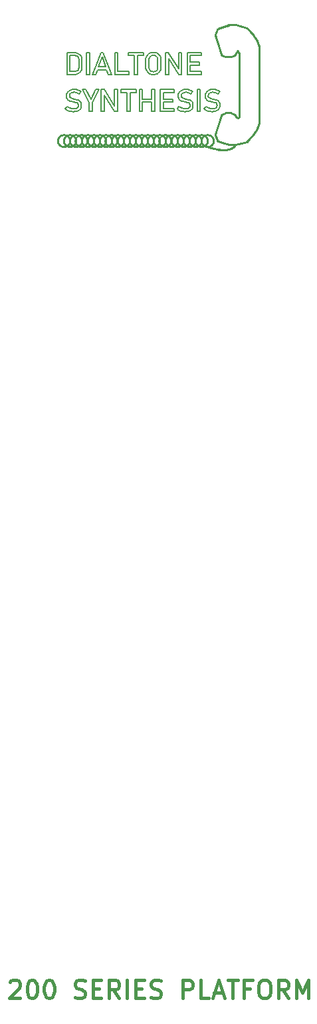
<source format=gbr>
%TF.GenerationSoftware,KiCad,Pcbnew,9.0.0*%
%TF.CreationDate,2025-03-18T20:17:15-04:00*%
%TF.ProjectId,201_Blank_Faceplate,3230315f-426c-4616-9e6b-5f4661636570,rev?*%
%TF.SameCoordinates,Original*%
%TF.FileFunction,Legend,Top*%
%TF.FilePolarity,Positive*%
%FSLAX45Y45*%
G04 Gerber Fmt 4.5, Leading zero omitted, Abs format (unit mm)*
G04 Created by KiCad (PCBNEW 9.0.0) date 2025-03-18 20:17:15*
%MOMM*%
%LPD*%
G01*
G04 APERTURE LIST*
%ADD10C,0.381000*%
%ADD11C,0.200000*%
G04 APERTURE END LIST*
D10*
X5207000Y-14984545D02*
X5217886Y-14973659D01*
X5217886Y-14973659D02*
X5239657Y-14962773D01*
X5239657Y-14962773D02*
X5294086Y-14962773D01*
X5294086Y-14962773D02*
X5315857Y-14973659D01*
X5315857Y-14973659D02*
X5326743Y-14984545D01*
X5326743Y-14984545D02*
X5337629Y-15006316D01*
X5337629Y-15006316D02*
X5337629Y-15028088D01*
X5337629Y-15028088D02*
X5326743Y-15060745D01*
X5326743Y-15060745D02*
X5196114Y-15191373D01*
X5196114Y-15191373D02*
X5337629Y-15191373D01*
X5479143Y-14962773D02*
X5500914Y-14962773D01*
X5500914Y-14962773D02*
X5522686Y-14973659D01*
X5522686Y-14973659D02*
X5533572Y-14984545D01*
X5533572Y-14984545D02*
X5544457Y-15006316D01*
X5544457Y-15006316D02*
X5555343Y-15049859D01*
X5555343Y-15049859D02*
X5555343Y-15104288D01*
X5555343Y-15104288D02*
X5544457Y-15147831D01*
X5544457Y-15147831D02*
X5533572Y-15169602D01*
X5533572Y-15169602D02*
X5522686Y-15180488D01*
X5522686Y-15180488D02*
X5500914Y-15191373D01*
X5500914Y-15191373D02*
X5479143Y-15191373D01*
X5479143Y-15191373D02*
X5457372Y-15180488D01*
X5457372Y-15180488D02*
X5446486Y-15169602D01*
X5446486Y-15169602D02*
X5435600Y-15147831D01*
X5435600Y-15147831D02*
X5424714Y-15104288D01*
X5424714Y-15104288D02*
X5424714Y-15049859D01*
X5424714Y-15049859D02*
X5435600Y-15006316D01*
X5435600Y-15006316D02*
X5446486Y-14984545D01*
X5446486Y-14984545D02*
X5457372Y-14973659D01*
X5457372Y-14973659D02*
X5479143Y-14962773D01*
X5696857Y-14962773D02*
X5718629Y-14962773D01*
X5718629Y-14962773D02*
X5740400Y-14973659D01*
X5740400Y-14973659D02*
X5751286Y-14984545D01*
X5751286Y-14984545D02*
X5762171Y-15006316D01*
X5762171Y-15006316D02*
X5773057Y-15049859D01*
X5773057Y-15049859D02*
X5773057Y-15104288D01*
X5773057Y-15104288D02*
X5762171Y-15147831D01*
X5762171Y-15147831D02*
X5751286Y-15169602D01*
X5751286Y-15169602D02*
X5740400Y-15180488D01*
X5740400Y-15180488D02*
X5718629Y-15191373D01*
X5718629Y-15191373D02*
X5696857Y-15191373D01*
X5696857Y-15191373D02*
X5675086Y-15180488D01*
X5675086Y-15180488D02*
X5664200Y-15169602D01*
X5664200Y-15169602D02*
X5653314Y-15147831D01*
X5653314Y-15147831D02*
X5642429Y-15104288D01*
X5642429Y-15104288D02*
X5642429Y-15049859D01*
X5642429Y-15049859D02*
X5653314Y-15006316D01*
X5653314Y-15006316D02*
X5664200Y-14984545D01*
X5664200Y-14984545D02*
X5675086Y-14973659D01*
X5675086Y-14973659D02*
X5696857Y-14962773D01*
X6034314Y-15180488D02*
X6066971Y-15191373D01*
X6066971Y-15191373D02*
X6121400Y-15191373D01*
X6121400Y-15191373D02*
X6143171Y-15180488D01*
X6143171Y-15180488D02*
X6154057Y-15169602D01*
X6154057Y-15169602D02*
X6164943Y-15147831D01*
X6164943Y-15147831D02*
X6164943Y-15126059D01*
X6164943Y-15126059D02*
X6154057Y-15104288D01*
X6154057Y-15104288D02*
X6143171Y-15093402D01*
X6143171Y-15093402D02*
X6121400Y-15082516D01*
X6121400Y-15082516D02*
X6077857Y-15071631D01*
X6077857Y-15071631D02*
X6056086Y-15060745D01*
X6056086Y-15060745D02*
X6045200Y-15049859D01*
X6045200Y-15049859D02*
X6034314Y-15028088D01*
X6034314Y-15028088D02*
X6034314Y-15006316D01*
X6034314Y-15006316D02*
X6045200Y-14984545D01*
X6045200Y-14984545D02*
X6056086Y-14973659D01*
X6056086Y-14973659D02*
X6077857Y-14962773D01*
X6077857Y-14962773D02*
X6132286Y-14962773D01*
X6132286Y-14962773D02*
X6164943Y-14973659D01*
X6262914Y-15071631D02*
X6339114Y-15071631D01*
X6371771Y-15191373D02*
X6262914Y-15191373D01*
X6262914Y-15191373D02*
X6262914Y-14962773D01*
X6262914Y-14962773D02*
X6371771Y-14962773D01*
X6600371Y-15191373D02*
X6524171Y-15082516D01*
X6469743Y-15191373D02*
X6469743Y-14962773D01*
X6469743Y-14962773D02*
X6556829Y-14962773D01*
X6556829Y-14962773D02*
X6578600Y-14973659D01*
X6578600Y-14973659D02*
X6589486Y-14984545D01*
X6589486Y-14984545D02*
X6600371Y-15006316D01*
X6600371Y-15006316D02*
X6600371Y-15038973D01*
X6600371Y-15038973D02*
X6589486Y-15060745D01*
X6589486Y-15060745D02*
X6578600Y-15071631D01*
X6578600Y-15071631D02*
X6556829Y-15082516D01*
X6556829Y-15082516D02*
X6469743Y-15082516D01*
X6698343Y-15191373D02*
X6698343Y-14962773D01*
X6807200Y-15071631D02*
X6883400Y-15071631D01*
X6916057Y-15191373D02*
X6807200Y-15191373D01*
X6807200Y-15191373D02*
X6807200Y-14962773D01*
X6807200Y-14962773D02*
X6916057Y-14962773D01*
X7003143Y-15180488D02*
X7035800Y-15191373D01*
X7035800Y-15191373D02*
X7090229Y-15191373D01*
X7090229Y-15191373D02*
X7112000Y-15180488D01*
X7112000Y-15180488D02*
X7122886Y-15169602D01*
X7122886Y-15169602D02*
X7133771Y-15147831D01*
X7133771Y-15147831D02*
X7133771Y-15126059D01*
X7133771Y-15126059D02*
X7122886Y-15104288D01*
X7122886Y-15104288D02*
X7112000Y-15093402D01*
X7112000Y-15093402D02*
X7090229Y-15082516D01*
X7090229Y-15082516D02*
X7046686Y-15071631D01*
X7046686Y-15071631D02*
X7024914Y-15060745D01*
X7024914Y-15060745D02*
X7014029Y-15049859D01*
X7014029Y-15049859D02*
X7003143Y-15028088D01*
X7003143Y-15028088D02*
X7003143Y-15006316D01*
X7003143Y-15006316D02*
X7014029Y-14984545D01*
X7014029Y-14984545D02*
X7024914Y-14973659D01*
X7024914Y-14973659D02*
X7046686Y-14962773D01*
X7046686Y-14962773D02*
X7101114Y-14962773D01*
X7101114Y-14962773D02*
X7133771Y-14973659D01*
X7405914Y-15191373D02*
X7405914Y-14962773D01*
X7405914Y-14962773D02*
X7493000Y-14962773D01*
X7493000Y-14962773D02*
X7514771Y-14973659D01*
X7514771Y-14973659D02*
X7525657Y-14984545D01*
X7525657Y-14984545D02*
X7536543Y-15006316D01*
X7536543Y-15006316D02*
X7536543Y-15038973D01*
X7536543Y-15038973D02*
X7525657Y-15060745D01*
X7525657Y-15060745D02*
X7514771Y-15071631D01*
X7514771Y-15071631D02*
X7493000Y-15082516D01*
X7493000Y-15082516D02*
X7405914Y-15082516D01*
X7743371Y-15191373D02*
X7634514Y-15191373D01*
X7634514Y-15191373D02*
X7634514Y-14962773D01*
X7808686Y-15126059D02*
X7917543Y-15126059D01*
X7786914Y-15191373D02*
X7863114Y-14962773D01*
X7863114Y-14962773D02*
X7939314Y-15191373D01*
X7982857Y-14962773D02*
X8113486Y-14962773D01*
X8048171Y-15191373D02*
X8048171Y-14962773D01*
X8265886Y-15071631D02*
X8189686Y-15071631D01*
X8189686Y-15191373D02*
X8189686Y-14962773D01*
X8189686Y-14962773D02*
X8298543Y-14962773D01*
X8429172Y-14962773D02*
X8472714Y-14962773D01*
X8472714Y-14962773D02*
X8494486Y-14973659D01*
X8494486Y-14973659D02*
X8516257Y-14995431D01*
X8516257Y-14995431D02*
X8527143Y-15038973D01*
X8527143Y-15038973D02*
X8527143Y-15115173D01*
X8527143Y-15115173D02*
X8516257Y-15158716D01*
X8516257Y-15158716D02*
X8494486Y-15180488D01*
X8494486Y-15180488D02*
X8472714Y-15191373D01*
X8472714Y-15191373D02*
X8429172Y-15191373D01*
X8429172Y-15191373D02*
X8407400Y-15180488D01*
X8407400Y-15180488D02*
X8385629Y-15158716D01*
X8385629Y-15158716D02*
X8374743Y-15115173D01*
X8374743Y-15115173D02*
X8374743Y-15038973D01*
X8374743Y-15038973D02*
X8385629Y-14995431D01*
X8385629Y-14995431D02*
X8407400Y-14973659D01*
X8407400Y-14973659D02*
X8429172Y-14962773D01*
X8755743Y-15191373D02*
X8679543Y-15082516D01*
X8625114Y-15191373D02*
X8625114Y-14962773D01*
X8625114Y-14962773D02*
X8712200Y-14962773D01*
X8712200Y-14962773D02*
X8733972Y-14973659D01*
X8733972Y-14973659D02*
X8744857Y-14984545D01*
X8744857Y-14984545D02*
X8755743Y-15006316D01*
X8755743Y-15006316D02*
X8755743Y-15038973D01*
X8755743Y-15038973D02*
X8744857Y-15060745D01*
X8744857Y-15060745D02*
X8733972Y-15071631D01*
X8733972Y-15071631D02*
X8712200Y-15082516D01*
X8712200Y-15082516D02*
X8625114Y-15082516D01*
X8853714Y-15191373D02*
X8853714Y-14962773D01*
X8853714Y-14962773D02*
X8929914Y-15126059D01*
X8929914Y-15126059D02*
X9006114Y-14962773D01*
X9006114Y-14962773D02*
X9006114Y-15191373D01*
D11*
X7226036Y-3175760D02*
X7357247Y-3383193D01*
X7190704Y-3453281D02*
X7190704Y-3175760D01*
X7229294Y-3453281D02*
X7190704Y-3453281D01*
X7360113Y-3453281D02*
X7229294Y-3249018D01*
X7395838Y-3453281D02*
X7360113Y-3453281D01*
X7357247Y-3175760D02*
X7395838Y-3175760D01*
X7464489Y-3175760D02*
X7503454Y-3175760D01*
X7464489Y-3453469D02*
X7464489Y-3175760D01*
X7621870Y-3334098D02*
X7503454Y-3334098D01*
X7621870Y-3297042D02*
X7621870Y-3334098D01*
X6911716Y-3175760D02*
X6911716Y-3212815D01*
X6715760Y-3175760D02*
X6911716Y-3175760D01*
X6794255Y-3453469D02*
X6794255Y-3212815D01*
X6833221Y-3453469D02*
X6794255Y-3453469D01*
X6833221Y-3212815D02*
X6833221Y-3453469D01*
X6719718Y-3453469D02*
X6560801Y-3453469D01*
X6580284Y-3416414D02*
X6719718Y-3416414D01*
X6380524Y-3229432D02*
X6337221Y-3355491D01*
X6423837Y-3355491D02*
X6380524Y-3229432D01*
X6337221Y-3355491D02*
X6423837Y-3355491D01*
X6303565Y-3453469D02*
X6261545Y-3453469D01*
X6499520Y-3453469D02*
X6457501Y-3453469D01*
X6223518Y-3175760D02*
X6223518Y-3453469D01*
X5970751Y-3212815D02*
X5970751Y-3416414D01*
X6049140Y-3217102D02*
X6036360Y-3213944D01*
X6068627Y-3228767D02*
X6059776Y-3222062D01*
X6081057Y-3247333D02*
X6075815Y-3237246D01*
X6084360Y-3259352D02*
X6081057Y-3247333D01*
X6084360Y-3369878D02*
X6085534Y-3355491D01*
X6068627Y-3400462D02*
X6075815Y-3391984D01*
X6059776Y-3407167D02*
X6068627Y-3400462D01*
X6049140Y-3412128D02*
X6059776Y-3407167D01*
X6020977Y-3416414D02*
X6036360Y-3415285D01*
X5970751Y-3175760D02*
X6019834Y-3175760D01*
X5931786Y-3175760D02*
X5970751Y-3175760D01*
X5931786Y-3416414D02*
X5931786Y-3175760D01*
X6019646Y-3453469D02*
X5958144Y-3453469D01*
X6103543Y-3421358D02*
X6091605Y-3432632D01*
X6119750Y-3392421D02*
X6113035Y-3407730D01*
X6125455Y-3353956D02*
X6123967Y-3374657D01*
X6125455Y-3275273D02*
X6125455Y-3353956D01*
X6109588Y-3215684D02*
X6118147Y-3232161D01*
X6083396Y-3190879D02*
X6097851Y-3201829D01*
X6065997Y-3182772D02*
X6083396Y-3190879D01*
X6045063Y-3177607D02*
X6065997Y-3182772D01*
X7050599Y-3213283D02*
X7033902Y-3211280D01*
X7064345Y-3218985D02*
X7050599Y-3213283D01*
X7075819Y-3228374D02*
X7064345Y-3218985D01*
X7084369Y-3240623D02*
X7075819Y-3228374D01*
X7091583Y-3355304D02*
X7091583Y-3273926D01*
X7084381Y-3388461D02*
X7089695Y-3373544D01*
X7050593Y-3415937D02*
X7064338Y-3410209D01*
X7033902Y-3417949D02*
X7050593Y-3415937D01*
X7017344Y-3415945D02*
X7033902Y-3417949D01*
X7003619Y-3410224D02*
X7017344Y-3415945D01*
X6978118Y-3373537D02*
X6983459Y-3388455D01*
X6976221Y-3273926D02*
X6976221Y-3355304D01*
X6983471Y-3240630D02*
X6978124Y-3255567D01*
X7003613Y-3218971D02*
X6992070Y-3228374D01*
X7017338Y-3213275D02*
X7003613Y-3218971D01*
X6968987Y-3195198D02*
X6982516Y-3185604D01*
X6948430Y-3221311D02*
X6957681Y-3207023D01*
X6941836Y-3237079D02*
X6948430Y-3221311D01*
X6936395Y-3273926D02*
X6937733Y-3254936D01*
X6936300Y-3275273D02*
X6936395Y-3273926D01*
X6936300Y-3353956D02*
X6936300Y-3275273D01*
X6941827Y-3392002D02*
X6937728Y-3374167D01*
X6948430Y-3407832D02*
X6941827Y-3392002D01*
X6957685Y-3422176D02*
X6948430Y-3407832D01*
X6982516Y-3443642D02*
X6968992Y-3434033D01*
X7014635Y-3454847D02*
X6997633Y-3450569D01*
X7070164Y-3450568D02*
X7053169Y-3454847D01*
X7085271Y-3443642D02*
X7070164Y-3450568D01*
X7125977Y-3392002D02*
X7119374Y-3407832D01*
X7130076Y-3374167D02*
X7125977Y-3392002D01*
X7130071Y-3254936D02*
X7131504Y-3275273D01*
X7125968Y-3237079D02*
X7130071Y-3254936D01*
X7110123Y-3207025D02*
X7119374Y-3221311D01*
X7070163Y-3178668D02*
X7085271Y-3185604D01*
X7053168Y-3174384D02*
X7070163Y-3178668D01*
X6370988Y-3645152D02*
X6406320Y-3645152D01*
X6370988Y-3922673D02*
X6370988Y-3645152D01*
X6576121Y-3922673D02*
X6540397Y-3922673D01*
X6576121Y-3645152D02*
X6576121Y-3922673D01*
X6537531Y-3645152D02*
X6576121Y-3645152D01*
X7630656Y-3922861D02*
X7591691Y-3922861D01*
X7160063Y-3645152D02*
X7299498Y-3645152D01*
X7121098Y-3922861D02*
X7121098Y-3645152D01*
X7140000Y-3922861D02*
X7121098Y-3922861D01*
X7299498Y-3922861D02*
X7140000Y-3922861D01*
X7160063Y-3885806D02*
X7299498Y-3885806D01*
X7278479Y-3803490D02*
X7160063Y-3803490D01*
X7278479Y-3766434D02*
X7278479Y-3803490D01*
X7160063Y-3766434D02*
X7278479Y-3766434D01*
X7160063Y-3682207D02*
X7160063Y-3766434D01*
X7299498Y-3682207D02*
X7160063Y-3682207D01*
X6894741Y-3645152D02*
X6894741Y-3767577D01*
X6855775Y-3922861D02*
X6855775Y-3645152D01*
X6894741Y-3922861D02*
X6855775Y-3922861D01*
X6894741Y-3804633D02*
X6894741Y-3922861D01*
X7013532Y-3922861D02*
X7013532Y-3804633D01*
X6894741Y-3767577D02*
X7013532Y-3767577D01*
X6817815Y-3645152D02*
X6817815Y-3682207D01*
X6700355Y-3922861D02*
X6700355Y-3682207D01*
X6739321Y-3922861D02*
X6700355Y-3922861D01*
X6739321Y-3682207D02*
X6739321Y-3922861D01*
X6175783Y-3645152D02*
X6236535Y-3770444D01*
X6132432Y-3645152D02*
X6175783Y-3645152D01*
X6217052Y-3809990D02*
X6132432Y-3645152D01*
X6256018Y-3809990D02*
X6256018Y-3922861D01*
X6236535Y-3770444D02*
X6297270Y-3645152D01*
X7793788Y-3642286D02*
X7815871Y-3644074D01*
X7770083Y-3643823D02*
X7793788Y-3642286D01*
X7709892Y-3675118D02*
X7721008Y-3663595D01*
X7701929Y-3688668D02*
X7709892Y-3675118D01*
X7696978Y-3704646D02*
X7701929Y-3688668D01*
X7785769Y-3802534D02*
X7754156Y-3796239D01*
X7815642Y-3809324D02*
X7785769Y-3802534D01*
X7842206Y-3827933D02*
X7837701Y-3821829D01*
X7845069Y-3835835D02*
X7842206Y-3827933D01*
X7844227Y-3858891D02*
X7846112Y-3846277D01*
X7838784Y-3869200D02*
X7844227Y-3858891D01*
X7829495Y-3877787D02*
X7838784Y-3869200D01*
X7817860Y-3883698D02*
X7829495Y-3877787D01*
X7782715Y-3889047D02*
X7802589Y-3887602D01*
X7760934Y-3887288D02*
X7782715Y-3889047D01*
X7741259Y-3882172D02*
X7760934Y-3887288D01*
X7723047Y-3873620D02*
X7741259Y-3882172D01*
X7711164Y-3910441D02*
X7696148Y-3901873D01*
X7782715Y-3925727D02*
X7762818Y-3924747D01*
X7827515Y-3919977D02*
X7807250Y-3924205D01*
X7869547Y-3893267D02*
X7857952Y-3904726D01*
X7877798Y-3879841D02*
X7869547Y-3893267D01*
X7882904Y-3864057D02*
X7877798Y-3879841D01*
X7884702Y-3844929D02*
X7884702Y-3845322D01*
X7883753Y-3829904D02*
X7884702Y-3844929D01*
X7868273Y-3795346D02*
X7877145Y-3808079D01*
X7844004Y-3778714D02*
X7857099Y-3785832D01*
X7829307Y-3773412D02*
X7844004Y-3778714D01*
X7742982Y-3746576D02*
X7753223Y-3753542D01*
X7738038Y-3740520D02*
X7742982Y-3746576D01*
X7734941Y-3732735D02*
X7738038Y-3740520D01*
X7735644Y-3709433D02*
X7733820Y-3722504D01*
X7740846Y-3698917D02*
X7735644Y-3709433D01*
X7760656Y-3684337D02*
X7749567Y-3690328D01*
X7775097Y-3680412D02*
X7760656Y-3684337D01*
X7858356Y-3658363D02*
X7879158Y-3671323D01*
X7406011Y-3648097D02*
X7425600Y-3643823D01*
X7352495Y-3704646D02*
X7357446Y-3688668D01*
X7350747Y-3723647D02*
X7352495Y-3704646D01*
X7354588Y-3752595D02*
X7351777Y-3739878D01*
X7368397Y-3775541D02*
X7358868Y-3762613D01*
X7409674Y-3796239D02*
X7394264Y-3791542D01*
X7441286Y-3802534D02*
X7409674Y-3796239D01*
X7471159Y-3809324D02*
X7441286Y-3802534D01*
X7483759Y-3814642D02*
X7471159Y-3809324D01*
X7499744Y-3858891D02*
X7501629Y-3846277D01*
X7494301Y-3869200D02*
X7499744Y-3858891D01*
X7485012Y-3877787D02*
X7494301Y-3869200D01*
X7473377Y-3883698D02*
X7485012Y-3877787D01*
X7438233Y-3889047D02*
X7458107Y-3887602D01*
X7396776Y-3882172D02*
X7416451Y-3887288D01*
X7361819Y-3861546D02*
X7378564Y-3873620D01*
X7337576Y-3891350D02*
X7361819Y-3861546D01*
X7418335Y-3924747D02*
X7400120Y-3921906D01*
X7438233Y-3925727D02*
X7418335Y-3924747D01*
X7462767Y-3924205D02*
X7438233Y-3925727D01*
X7499736Y-3913420D02*
X7483032Y-3919977D01*
X7513469Y-3904726D02*
X7499736Y-3913420D01*
X7540219Y-3844929D02*
X7540219Y-3845322D01*
X7512616Y-3785832D02*
X7523790Y-3795346D01*
X7454269Y-3766059D02*
X7484824Y-3773412D01*
X7393555Y-3740520D02*
X7398499Y-3746576D01*
X7390458Y-3732735D02*
X7393555Y-3740520D01*
X7389338Y-3722692D02*
X7390458Y-3732735D01*
X7389338Y-3722504D02*
X7389338Y-3722692D01*
X7391161Y-3709433D02*
X7389338Y-3722504D01*
X7396363Y-3698917D02*
X7391161Y-3709433D01*
X7405084Y-3690328D02*
X7396363Y-3698917D01*
X7430614Y-3680412D02*
X7416173Y-3684337D01*
X7496356Y-3691762D02*
X7480901Y-3684698D01*
X7534675Y-3671323D02*
X7512513Y-3702253D01*
X7493031Y-3649452D02*
X7513873Y-3658363D01*
X7471388Y-3644074D02*
X7493031Y-3649452D01*
X5966872Y-3654744D02*
X5983040Y-3648097D01*
X5942438Y-3675118D02*
X5953555Y-3663595D01*
X5934476Y-3688668D02*
X5942438Y-3675118D01*
X5931617Y-3752595D02*
X5928806Y-3739878D01*
X5957376Y-3784877D02*
X5945426Y-3775541D01*
X5971294Y-3791542D02*
X5957376Y-3784877D01*
X6048188Y-3809324D02*
X6018316Y-3802534D01*
X6070247Y-3821829D02*
X6060788Y-3814642D01*
X6078658Y-3846072D02*
X6077615Y-3835835D01*
X6076773Y-3858891D02*
X6078658Y-3846277D01*
X6062041Y-3877787D02*
X6071330Y-3869200D01*
X6015262Y-3889047D02*
X6035136Y-3887602D01*
X5973805Y-3882172D02*
X5993480Y-3887288D01*
X5938849Y-3861546D02*
X5955593Y-3873620D01*
X5943711Y-3910441D02*
X5928695Y-3901873D01*
X5977149Y-3921906D02*
X5959755Y-3917093D01*
X6076765Y-3913420D02*
X6060061Y-3919977D01*
X6090498Y-3904726D02*
X6076765Y-3913420D01*
X6102094Y-3893267D02*
X6090498Y-3904726D01*
X6117249Y-3844929D02*
X6117249Y-3845322D01*
X6116300Y-3829904D02*
X6117249Y-3844929D01*
X6113691Y-3817795D02*
X6116300Y-3829904D01*
X6109691Y-3808079D02*
X6113691Y-3817795D01*
X6100819Y-3795346D02*
X6109691Y-3808079D01*
X6089645Y-3785832D02*
X6100819Y-3795346D01*
X5999498Y-3758706D02*
X6031299Y-3766059D01*
X5975528Y-3746576D02*
X5985769Y-3753542D01*
X5970585Y-3740520D02*
X5975528Y-3746576D01*
X5966367Y-3722692D02*
X5967487Y-3732735D01*
X5966367Y-3722504D02*
X5966367Y-3722692D01*
X5973392Y-3698917D02*
X5968190Y-3709433D01*
X5982114Y-3690328D02*
X5973392Y-3698917D01*
X5993203Y-3684337D02*
X5982114Y-3690328D01*
X6007643Y-3680412D02*
X5993203Y-3684337D01*
X6042051Y-3680380D02*
X6026334Y-3678966D01*
X6111704Y-3671323D02*
X6089543Y-3702253D01*
X6070060Y-3649452D02*
X6090903Y-3658363D01*
X6048417Y-3644074D02*
X6070060Y-3649452D01*
X5928222Y-4245254D02*
X5918304Y-4255172D01*
X5965873Y-4279791D02*
X5960506Y-4266833D01*
X5942796Y-4355864D02*
X5952714Y-4345946D01*
X5928222Y-4355864D02*
X5935509Y-4360733D01*
X5918304Y-4345946D02*
X5928222Y-4355864D01*
X5902409Y-4307572D02*
X5905145Y-4321327D01*
X5826209Y-4293546D02*
X5826209Y-4307572D01*
X5828945Y-4279791D02*
X5826209Y-4293546D01*
X5842104Y-4255172D02*
X5834312Y-4266833D01*
X5863683Y-4237462D02*
X5852022Y-4245254D01*
X5890396Y-4229359D02*
X5876641Y-4232095D01*
X5904422Y-4229359D02*
X5890396Y-4229359D01*
X5918177Y-4232095D02*
X5904422Y-4229359D01*
X5910841Y-4249046D02*
X5922096Y-4237791D01*
X5901997Y-4262282D02*
X5910841Y-4249046D01*
X5895905Y-4324130D02*
X5892800Y-4308518D01*
X5901997Y-4338836D02*
X5895905Y-4324130D01*
X5922096Y-4363327D02*
X5910841Y-4352072D01*
X5918177Y-4369023D02*
X5925858Y-4365841D01*
X5904422Y-4371759D02*
X5918177Y-4369023D01*
X5852022Y-4355864D02*
X5863683Y-4363656D01*
X7137377Y-4232095D02*
X7123622Y-4229359D01*
X7125518Y-4248484D02*
X7136774Y-4237228D01*
X7116674Y-4261719D02*
X7125518Y-4248484D01*
X7112021Y-4262282D02*
X7114231Y-4267618D01*
X7103177Y-4249046D02*
X7112021Y-4262282D01*
X7088160Y-4235277D02*
X7091922Y-4237791D01*
X6451577Y-4232095D02*
X6437822Y-4229359D01*
X6455947Y-4233905D02*
X6451577Y-4232095D01*
X6439718Y-4248484D02*
X6450974Y-4237228D01*
X6430874Y-4261719D02*
X6439718Y-4248484D01*
X6426221Y-4262282D02*
X6428431Y-4267618D01*
X6406122Y-4237791D02*
X6417377Y-4249046D01*
X6402360Y-4235277D02*
X6406122Y-4237791D01*
X6410041Y-4232095D02*
X6402360Y-4235277D01*
X6042796Y-4229359D02*
X6029041Y-4232095D01*
X6074947Y-4233905D02*
X6070577Y-4232095D01*
X6058718Y-4248484D02*
X6069974Y-4237228D01*
X6049874Y-4261719D02*
X6058718Y-4248484D01*
X6036377Y-4249046D02*
X6045221Y-4262282D01*
X6029041Y-4232095D02*
X6021360Y-4235277D01*
X7642996Y-4229359D02*
X7629241Y-4232095D01*
X7674696Y-4237791D02*
X7678458Y-4235277D01*
X7663441Y-4249046D02*
X7674696Y-4237791D01*
X7654597Y-4262282D02*
X7663441Y-4249046D01*
X7650009Y-4273358D02*
X7654597Y-4262282D01*
X7636577Y-4249046D02*
X7645421Y-4262282D01*
X7625322Y-4237791D02*
X7636577Y-4249046D01*
X7566796Y-4229359D02*
X7553041Y-4232095D01*
X7594577Y-4232095D02*
X7580822Y-4229359D01*
X7602258Y-4235277D02*
X7594577Y-4232095D01*
X7587241Y-4249046D02*
X7598496Y-4237791D01*
X7569221Y-4262282D02*
X7573809Y-4273358D01*
X7560377Y-4249046D02*
X7569221Y-4262282D01*
X7545360Y-4235277D02*
X7549122Y-4237791D01*
X7490596Y-4229359D02*
X7476841Y-4232095D01*
X7504622Y-4229359D02*
X7490596Y-4229359D01*
X7522296Y-4237791D02*
X7526058Y-4235277D01*
X7511041Y-4249046D02*
X7522296Y-4237791D01*
X7502197Y-4262282D02*
X7511041Y-4249046D01*
X7497609Y-4273358D02*
X7502197Y-4262282D01*
X7476841Y-4232095D02*
X7469160Y-4235277D01*
X7414396Y-4229359D02*
X7400641Y-4232095D01*
X7428422Y-4229359D02*
X7414396Y-4229359D01*
X7442177Y-4232095D02*
X7428422Y-4229359D01*
X7421409Y-4273358D02*
X7425997Y-4262282D01*
X7358641Y-4249046D02*
X7369896Y-4237791D01*
X7345209Y-4273358D02*
X7349797Y-4262282D01*
X7320522Y-4237791D02*
X7331777Y-4249046D01*
X7316760Y-4235277D02*
X7320522Y-4237791D01*
X7324441Y-4232095D02*
X7316760Y-4235277D01*
X7181274Y-4228797D02*
X7167518Y-4231533D01*
X7217496Y-4237791D02*
X7220047Y-4236086D01*
X7179377Y-4249046D02*
X7188221Y-4262282D01*
X7168122Y-4237791D02*
X7179377Y-4249046D01*
X7162109Y-4233773D02*
X7168122Y-4237791D01*
X7033396Y-4229359D02*
X7019641Y-4232095D01*
X7047422Y-4229359D02*
X7033396Y-4229359D01*
X7068858Y-4235277D02*
X7061177Y-4232095D01*
X7065096Y-4237791D02*
X7068858Y-4235277D01*
X7044997Y-4262282D02*
X7053841Y-4249046D01*
X7040409Y-4273358D02*
X7044997Y-4262282D01*
X7011960Y-4235277D02*
X7015722Y-4237791D01*
X6957196Y-4229359D02*
X6943441Y-4232095D01*
X6971222Y-4229359D02*
X6957196Y-4229359D01*
X6984977Y-4232095D02*
X6971222Y-4229359D01*
X6968797Y-4262282D02*
X6977641Y-4249046D01*
X6964209Y-4273358D02*
X6968797Y-4262282D01*
X6939522Y-4237791D02*
X6950777Y-4249046D01*
X6935760Y-4235277D02*
X6939522Y-4237791D01*
X6895022Y-4229359D02*
X6880996Y-4229359D01*
X6916458Y-4235277D02*
X6908777Y-4232095D01*
X6912696Y-4237791D02*
X6916458Y-4235277D01*
X6874577Y-4249046D02*
X6883421Y-4262282D01*
X6832577Y-4232095D02*
X6818822Y-4229359D01*
X6811809Y-4273358D02*
X6816397Y-4262282D01*
X6807221Y-4262282D02*
X6811809Y-4273358D01*
X6787122Y-4237791D02*
X6798377Y-4249046D01*
X6783360Y-4235277D02*
X6787122Y-4237791D01*
X6791041Y-4232095D02*
X6783360Y-4235277D01*
X6728596Y-4229359D02*
X6714841Y-4232095D01*
X6742622Y-4229359D02*
X6728596Y-4229359D01*
X6764058Y-4235277D02*
X6756377Y-4232095D01*
X6666422Y-4229359D02*
X6652396Y-4229359D01*
X6687858Y-4235277D02*
X6680177Y-4232095D01*
X6684096Y-4237791D02*
X6687858Y-4235277D01*
X6654821Y-4262282D02*
X6659409Y-4273358D01*
X6645977Y-4249046D02*
X6654821Y-4262282D01*
X6630960Y-4235277D02*
X6634722Y-4237791D01*
X6638641Y-4232095D02*
X6630960Y-4235277D01*
X6509499Y-4228797D02*
X6495474Y-4228797D01*
X6511597Y-4262282D02*
X6520441Y-4249046D01*
X6502421Y-4262282D02*
X6507009Y-4273358D01*
X6493577Y-4249046D02*
X6502421Y-4262282D01*
X6476309Y-4233773D02*
X6482322Y-4237791D01*
X6347596Y-4229359D02*
X6333841Y-4232095D01*
X6361622Y-4229359D02*
X6347596Y-4229359D01*
X6383058Y-4235277D02*
X6375377Y-4232095D01*
X6368041Y-4249046D02*
X6379296Y-4237791D01*
X6341177Y-4249046D02*
X6350021Y-4262282D01*
X6326160Y-4235277D02*
X6329922Y-4237791D01*
X6271396Y-4229359D02*
X6257641Y-4232095D01*
X6306858Y-4235277D02*
X6299177Y-4232095D01*
X6291841Y-4249046D02*
X6303096Y-4237791D01*
X6282997Y-4262282D02*
X6291841Y-4249046D01*
X6273821Y-4262282D02*
X6278409Y-4273358D01*
X6264977Y-4249046D02*
X6273821Y-4262282D01*
X6257641Y-4232095D02*
X6249960Y-4235277D01*
X6150696Y-4237791D02*
X6153247Y-4236086D01*
X6126009Y-4273358D02*
X6130597Y-4262282D01*
X6112577Y-4249046D02*
X6121421Y-4262282D01*
X6101322Y-4237791D02*
X6112577Y-4249046D01*
X6100718Y-4231533D02*
X6095309Y-4233773D01*
X5987041Y-4249046D02*
X5998296Y-4237791D01*
X5973609Y-4273358D02*
X5978197Y-4262282D01*
X5969021Y-4262282D02*
X5973609Y-4273358D01*
X5948922Y-4237791D02*
X5960177Y-4249046D01*
X5945160Y-4235277D02*
X5948922Y-4237791D01*
X5952841Y-4232095D02*
X5945160Y-4235277D01*
X7261996Y-4229359D02*
X7248241Y-4232095D01*
X7289777Y-4232095D02*
X7276022Y-4229359D01*
X7293696Y-4237791D02*
X7297458Y-4235277D01*
X7251055Y-4248484D02*
X7259898Y-4261719D01*
X7239799Y-4237228D02*
X7251055Y-4248484D01*
X7238287Y-4236218D02*
X7239799Y-4237228D01*
X6576196Y-4229359D02*
X6562441Y-4232095D01*
X6590222Y-4229359D02*
X6576196Y-4229359D01*
X6611658Y-4235277D02*
X6603977Y-4232095D01*
X6596641Y-4249046D02*
X6607896Y-4237791D01*
X6587797Y-4262282D02*
X6596641Y-4249046D01*
X6574098Y-4261719D02*
X6580190Y-4276426D01*
X6553999Y-4237228D02*
X6565255Y-4248484D01*
X6195196Y-4229359D02*
X6181441Y-4232095D01*
X6230658Y-4235277D02*
X6222977Y-4232095D01*
X6226896Y-4237791D02*
X6230658Y-4235277D01*
X6200705Y-4276988D02*
X6206797Y-4262282D01*
X6200004Y-4280516D02*
X6200705Y-4276988D01*
X6184255Y-4248484D02*
X6193098Y-4261719D01*
X8008906Y-2832359D02*
X8008905Y-2832359D01*
X8079307Y-2832359D02*
X8008906Y-2832359D01*
X8079308Y-2832359D02*
X8079307Y-2832359D01*
X8079308Y-2832359D02*
X8079308Y-2832359D01*
X8083022Y-2832816D02*
X8082415Y-2832665D01*
X8083023Y-2832816D02*
X8083022Y-2832816D01*
X8226712Y-2868739D02*
X8226712Y-2868739D01*
X8226713Y-2868739D02*
X8226713Y-2868739D01*
X8228246Y-2869125D02*
X8226713Y-2868739D01*
X8305814Y-2956681D02*
X8234628Y-2873631D01*
X8306758Y-2957897D02*
X8306396Y-2957399D01*
X8306929Y-2958153D02*
X8306758Y-2957897D01*
X8355539Y-3031068D02*
X8355539Y-3031068D01*
X8355539Y-3031068D02*
X8355539Y-3031068D01*
X8357326Y-3034721D02*
X8357111Y-3034077D01*
X8357326Y-3034722D02*
X8357326Y-3034721D01*
X8381083Y-3105992D02*
X8380823Y-3105212D01*
X8381609Y-3109233D02*
X8381433Y-3107598D01*
X8381609Y-4068661D02*
X8381609Y-3110056D01*
X8380825Y-4073503D02*
X8381083Y-4072727D01*
X8380823Y-4073506D02*
X8380825Y-4073503D01*
X8380822Y-4073508D02*
X8380823Y-4073506D01*
X8380822Y-4073508D02*
X8380822Y-4073508D01*
X8357326Y-4143996D02*
X8380822Y-4073508D01*
X8357326Y-4143997D02*
X8357326Y-4143997D01*
X8357111Y-4144642D02*
X8357326Y-4143997D01*
X8355916Y-4147085D02*
X8356568Y-4145890D01*
X8306929Y-4220565D02*
X8355539Y-4147650D01*
X8306929Y-4220565D02*
X8306929Y-4220565D01*
X8305814Y-4222037D02*
X8305814Y-4222036D01*
X8234628Y-4305087D02*
X8234628Y-4305087D01*
X8226712Y-4309979D02*
X8226713Y-4309979D01*
X8083023Y-4345902D02*
X8083023Y-4345902D01*
X8081181Y-4346257D02*
X8082416Y-4346053D01*
X8079308Y-4346359D02*
X8079934Y-4346359D01*
X8079308Y-4346359D02*
X8079308Y-4346359D01*
X8008907Y-4346359D02*
X8079307Y-4346359D01*
X8008084Y-4346359D02*
X8008907Y-4346359D01*
X8004841Y-4345833D02*
X8006448Y-4346183D01*
X8004060Y-4345572D02*
X8004060Y-4345572D01*
X7864429Y-4299029D02*
X8004060Y-4345572D01*
X7864428Y-4299028D02*
X7864429Y-4299029D01*
X7862161Y-4298279D02*
X7864428Y-4299028D01*
X7855489Y-4291607D02*
X7858305Y-4295463D01*
X7854740Y-4289340D02*
X7855489Y-4291607D01*
X7834587Y-4228881D02*
X7854739Y-4289339D01*
X7834448Y-4219635D02*
X7833998Y-4221140D01*
X7834446Y-4219635D02*
X7834448Y-4219635D01*
X7834446Y-4219634D02*
X7834446Y-4219635D01*
X7906275Y-3980206D02*
X7906275Y-3980206D01*
X7906876Y-3978198D02*
X7906275Y-3980206D01*
X7909115Y-3974654D02*
X7906876Y-3978198D01*
X7912223Y-3971842D02*
X7909115Y-3974654D01*
X7914098Y-3970905D02*
X7914098Y-3970906D01*
X7952754Y-3951576D02*
X7914098Y-3970905D01*
X7952755Y-3951576D02*
X7952755Y-3951576D01*
X7952755Y-3951576D02*
X7952755Y-3951576D01*
X7958420Y-3949958D02*
X7956076Y-3950324D01*
X8029743Y-3950325D02*
X8027398Y-3949960D01*
X8033057Y-3951571D02*
X8032004Y-3951046D01*
X8033063Y-3951576D02*
X8033057Y-3951571D01*
X8073514Y-3971802D02*
X8033063Y-3951576D01*
X8074991Y-3972538D02*
X8073514Y-3971802D01*
X8077560Y-3974608D02*
X8074991Y-3972538D01*
X8090129Y-3998179D02*
X8080366Y-3978654D01*
X8090129Y-3998179D02*
X8090129Y-3998179D01*
X8090129Y-3998180D02*
X8090129Y-3998179D01*
X8090129Y-3998180D02*
X8090129Y-3998180D01*
X8090184Y-3998251D02*
X8090129Y-3998180D01*
X8094763Y-4004643D02*
X8090184Y-3998251D01*
X8101170Y-4009353D02*
X8094763Y-4004643D01*
X8108721Y-4011844D02*
X8101170Y-4009353D01*
X8124241Y-4009429D02*
X8116673Y-4011870D01*
X8130680Y-4004759D02*
X8130679Y-4004760D01*
X8136144Y-3999295D02*
X8130680Y-4004759D01*
X8137609Y-3995759D02*
X8137228Y-3997672D01*
X8137609Y-3208359D02*
X8137609Y-3944959D01*
X8137609Y-3191376D02*
X8137609Y-3208359D01*
X8130193Y-3173473D02*
X8134217Y-3178716D01*
X8110744Y-3154023D02*
X8130193Y-3173472D01*
X8109122Y-3152940D02*
X8110744Y-3154023D01*
X8108300Y-3152940D02*
X8109122Y-3152940D01*
X8106459Y-3152940D02*
X8107563Y-3152571D01*
X8080366Y-3200064D02*
X8102737Y-3155323D01*
X8080366Y-3200064D02*
X8080366Y-3200064D01*
X8077560Y-3204110D02*
X8079630Y-3201541D01*
X8073514Y-3206916D02*
X8074991Y-3206180D01*
X8033063Y-3227142D02*
X8033063Y-3227142D01*
X8033063Y-3227142D02*
X8033063Y-3227142D01*
X8032002Y-3227672D02*
X8033063Y-3227142D01*
X7953817Y-3227671D02*
X7956077Y-3228393D01*
X7952756Y-3227141D02*
X7953817Y-3227671D01*
X7914099Y-3207814D02*
X7952754Y-3227142D01*
X7914099Y-3207814D02*
X7914099Y-3207814D01*
X7909117Y-3204065D02*
X7912224Y-3206877D01*
X7906881Y-3200521D02*
X7909117Y-3204065D01*
X7906281Y-3198513D02*
X7906881Y-3200521D01*
X7834447Y-2959084D02*
X7906275Y-3198513D01*
X7833996Y-2957578D02*
X7834446Y-2959083D01*
X7834582Y-2949844D02*
X7834090Y-2951327D01*
X7834587Y-2949837D02*
X7834582Y-2949844D01*
X7854739Y-2889378D02*
X7854739Y-2889379D01*
X7858305Y-2883255D02*
X7855489Y-2887111D01*
X7862161Y-2880439D02*
X7858305Y-2883255D01*
X7864428Y-2879689D02*
X7864428Y-2879690D01*
X8004062Y-2833145D02*
X8004062Y-2833145D01*
X8006448Y-2832535D02*
X8004842Y-2832884D01*
X8008905Y-2832359D02*
X8008905Y-2832360D01*
X7256750Y-4279229D02*
X7251383Y-4266271D01*
X7259486Y-4307009D02*
X7259486Y-4292984D01*
X7233674Y-4355301D02*
X7243591Y-4345384D01*
X7213704Y-4345946D02*
X7223622Y-4355864D01*
X7200545Y-4321327D02*
X7205912Y-4334285D01*
X7223622Y-4245254D02*
X7213704Y-4255172D01*
X6543268Y-4241615D02*
X6537822Y-4245254D01*
X6557791Y-4254609D02*
X6547874Y-4244692D01*
X6573686Y-4292984D02*
X6570950Y-4279229D01*
X6573686Y-4307009D02*
X6573686Y-4292984D01*
X6570950Y-4320765D02*
X6573686Y-4307009D01*
X6547874Y-4355301D02*
X6557791Y-4345384D01*
X6542427Y-4358941D02*
X6547874Y-4355301D01*
X6514745Y-4321327D02*
X6520112Y-4334285D01*
X6512009Y-4293546D02*
X6512009Y-4307572D01*
X6514745Y-4279791D02*
X6512009Y-4293546D01*
X6527904Y-4255172D02*
X6520112Y-4266833D01*
X6162268Y-4241615D02*
X6156822Y-4245254D01*
X6189950Y-4279229D02*
X6184583Y-4266271D01*
X6176791Y-4345384D02*
X6184583Y-4333723D01*
X6133745Y-4279791D02*
X6131009Y-4293546D01*
X6146904Y-4255172D02*
X6139112Y-4266833D01*
X7705314Y-4255172D02*
X7695396Y-4245254D01*
X7718473Y-4279791D02*
X7713106Y-4266833D01*
X7721209Y-4293546D02*
X7718473Y-4279791D01*
X7713106Y-4334285D02*
X7718473Y-4321327D01*
X7695396Y-4355864D02*
X7705314Y-4345946D01*
X7688109Y-4360733D02*
X7695396Y-4355864D01*
X7680822Y-4355864D02*
X7688109Y-4360733D01*
X7670904Y-4345946D02*
X7680822Y-4355864D01*
X7657745Y-4321327D02*
X7663112Y-4334285D01*
X7655009Y-4307572D02*
X7657745Y-4321327D01*
X7657745Y-4279791D02*
X7655009Y-4293546D01*
X7670904Y-4255172D02*
X7663112Y-4266833D01*
X7611909Y-4240385D02*
X7604622Y-4245254D01*
X7619196Y-4245254D02*
X7611909Y-4240385D01*
X7642273Y-4279791D02*
X7636906Y-4266833D01*
X7645009Y-4293546D02*
X7642273Y-4279791D01*
X7645009Y-4307572D02*
X7645009Y-4293546D01*
X7604622Y-4355864D02*
X7611909Y-4360733D01*
X7594704Y-4345946D02*
X7604622Y-4355864D01*
X7581545Y-4321327D02*
X7586912Y-4334285D01*
X7578809Y-4307572D02*
X7581545Y-4321327D01*
X7578809Y-4293546D02*
X7578809Y-4307572D01*
X7586912Y-4266833D02*
X7581545Y-4279791D01*
X7594704Y-4255172D02*
X7586912Y-4266833D01*
X7535709Y-4240385D02*
X7528422Y-4245254D01*
X7542996Y-4245254D02*
X7535709Y-4240385D01*
X7552914Y-4255172D02*
X7542996Y-4245254D01*
X7552914Y-4345946D02*
X7560706Y-4334285D01*
X7505345Y-4279791D02*
X7502609Y-4293546D01*
X7510712Y-4266833D02*
X7505345Y-4279791D01*
X7466796Y-4245254D02*
X7459509Y-4240385D01*
X7476714Y-4255172D02*
X7466796Y-4245254D01*
X7484506Y-4334285D02*
X7489873Y-4321327D01*
X7459509Y-4360733D02*
X7466796Y-4355864D01*
X7452222Y-4355864D02*
X7459509Y-4360733D01*
X7442304Y-4345946D02*
X7452222Y-4355864D01*
X7434512Y-4334285D02*
X7442304Y-4345946D01*
X7429145Y-4321327D02*
X7434512Y-4334285D01*
X7442304Y-4255172D02*
X7434512Y-4266833D01*
X7390596Y-4245254D02*
X7383309Y-4240385D01*
X7408306Y-4266833D02*
X7400514Y-4255172D01*
X7416409Y-4293546D02*
X7413673Y-4279791D01*
X7400514Y-4345946D02*
X7408306Y-4334285D01*
X7376022Y-4355864D02*
X7383309Y-4360733D01*
X7366104Y-4345946D02*
X7376022Y-4355864D01*
X7358312Y-4334285D02*
X7366104Y-4345946D01*
X7350209Y-4293546D02*
X7350209Y-4307572D01*
X7376022Y-4245254D02*
X7366104Y-4255172D01*
X7324314Y-4255172D02*
X7314396Y-4245254D01*
X7340209Y-4293546D02*
X7337473Y-4279791D01*
X7337473Y-4321327D02*
X7340209Y-4307572D01*
X7289904Y-4345946D02*
X7299822Y-4355864D01*
X7282112Y-4334285D02*
X7289904Y-4345946D01*
X7274009Y-4307572D02*
X7276745Y-4321327D01*
X7274009Y-4293546D02*
X7274009Y-4307572D01*
X7078509Y-4240385D02*
X7071222Y-4245254D01*
X7085796Y-4245254D02*
X7078509Y-4240385D01*
X7095714Y-4255172D02*
X7085796Y-4245254D01*
X7108873Y-4279791D02*
X7103506Y-4266833D01*
X7107477Y-4292038D02*
X7109393Y-4282407D01*
X7107477Y-4292984D02*
X7107477Y-4292038D01*
X7078509Y-4360733D02*
X7085796Y-4355864D01*
X7053512Y-4334285D02*
X7061304Y-4345946D01*
X7045409Y-4293546D02*
X7045409Y-4307572D01*
X7061304Y-4255172D02*
X7053512Y-4266833D01*
X7009596Y-4245254D02*
X7002309Y-4240385D01*
X7032673Y-4321327D02*
X7035409Y-4307572D01*
X6971945Y-4279791D02*
X6969209Y-4293546D01*
X6977312Y-4266833D02*
X6971945Y-4279791D01*
X6985104Y-4255172D02*
X6977312Y-4266833D01*
X6943314Y-4255172D02*
X6933396Y-4245254D01*
X6956473Y-4279791D02*
X6951106Y-4266833D01*
X6956473Y-4321327D02*
X6959209Y-4307572D01*
X6943314Y-4345946D02*
X6951106Y-4334285D01*
X6918822Y-4355864D02*
X6926109Y-4360733D01*
X6893009Y-4307572D02*
X6895745Y-4321327D01*
X6893009Y-4293546D02*
X6893009Y-4307572D01*
X6901112Y-4266833D02*
X6895745Y-4279791D01*
X6918822Y-4245254D02*
X6908904Y-4255172D01*
X6857196Y-4245254D02*
X6849909Y-4240385D01*
X6867114Y-4255172D02*
X6857196Y-4245254D01*
X6874906Y-4266833D02*
X6867114Y-4255172D01*
X6883009Y-4293546D02*
X6880273Y-4279791D01*
X6857196Y-4355864D02*
X6867114Y-4345946D01*
X6849909Y-4360733D02*
X6857196Y-4355864D01*
X6842622Y-4355864D02*
X6849909Y-4360733D01*
X6824912Y-4334285D02*
X6832704Y-4345946D01*
X6819545Y-4321327D02*
X6824912Y-4334285D01*
X6816809Y-4307572D02*
X6819545Y-4321327D01*
X6819545Y-4279791D02*
X6816809Y-4293546D01*
X6832704Y-4255172D02*
X6824912Y-4266833D01*
X6842622Y-4245254D02*
X6832704Y-4255172D01*
X6798706Y-4266833D02*
X6790914Y-4255172D01*
X6804073Y-4279791D02*
X6798706Y-4266833D01*
X6806809Y-4307572D02*
X6806809Y-4293546D01*
X6790914Y-4345946D02*
X6798706Y-4334285D01*
X6773709Y-4360733D02*
X6780996Y-4355864D01*
X6766422Y-4355864D02*
X6773709Y-4360733D01*
X6748712Y-4334285D02*
X6756504Y-4345946D01*
X6743345Y-4279791D02*
X6740609Y-4293546D01*
X6766422Y-4245254D02*
X6756504Y-4255172D01*
X6697509Y-4240385D02*
X6690222Y-4245254D01*
X6722506Y-4266833D02*
X6714714Y-4255172D01*
X6727873Y-4279791D02*
X6722506Y-4266833D01*
X6730609Y-4293546D02*
X6727873Y-4279791D01*
X6722506Y-4334285D02*
X6727873Y-4321327D01*
X6714714Y-4345946D02*
X6722506Y-4334285D01*
X6704796Y-4355864D02*
X6714714Y-4345946D01*
X6680304Y-4345946D02*
X6690222Y-4355864D01*
X6672512Y-4334285D02*
X6680304Y-4345946D01*
X6667145Y-4321327D02*
X6672512Y-4334285D01*
X6667145Y-4279791D02*
X6664409Y-4293546D01*
X6672512Y-4266833D02*
X6667145Y-4279791D01*
X6690222Y-4245254D02*
X6680304Y-4255172D01*
X6628596Y-4245254D02*
X6621309Y-4240385D01*
X6638514Y-4255172D02*
X6628596Y-4245254D01*
X6646306Y-4266833D02*
X6638514Y-4255172D01*
X6651673Y-4279791D02*
X6646306Y-4266833D01*
X6654409Y-4307572D02*
X6654409Y-4293546D01*
X6646306Y-4334285D02*
X6651673Y-4321327D01*
X6638514Y-4345946D02*
X6646306Y-4334285D01*
X6588209Y-4293546D02*
X6588209Y-4307572D01*
X6604104Y-4255172D02*
X6596312Y-4266833D01*
X6392709Y-4240385D02*
X6385422Y-4245254D01*
X6417706Y-4266833D02*
X6409914Y-4255172D01*
X6423593Y-4282407D02*
X6423073Y-4279791D01*
X6421677Y-4292038D02*
X6423593Y-4282407D01*
X6421677Y-4307956D02*
X6421677Y-4292984D01*
X6423705Y-4318149D02*
X6421677Y-4307956D01*
X6423073Y-4321327D02*
X6423705Y-4318149D01*
X6409914Y-4345946D02*
X6417706Y-4334285D01*
X6399996Y-4355864D02*
X6409914Y-4345946D01*
X6362345Y-4321327D02*
X6367712Y-4334285D01*
X6359609Y-4307572D02*
X6362345Y-4321327D01*
X6367712Y-4266833D02*
X6362345Y-4279791D01*
X6333714Y-4255172D02*
X6323796Y-4245254D01*
X6341506Y-4266833D02*
X6333714Y-4255172D01*
X6349609Y-4293546D02*
X6346873Y-4279791D01*
X6323796Y-4355864D02*
X6333714Y-4345946D01*
X6299304Y-4345946D02*
X6309222Y-4355864D01*
X6291512Y-4334285D02*
X6299304Y-4345946D01*
X6286145Y-4321327D02*
X6291512Y-4334285D01*
X6283409Y-4293546D02*
X6283409Y-4307572D01*
X6286145Y-4279791D02*
X6283409Y-4293546D01*
X6299304Y-4255172D02*
X6291512Y-4266833D01*
X6309222Y-4245254D02*
X6299304Y-4255172D01*
X6257514Y-4255172D02*
X6247596Y-4245254D01*
X6270673Y-4279791D02*
X6265306Y-4266833D01*
X6265306Y-4334285D02*
X6270673Y-4321327D01*
X6247596Y-4355864D02*
X6257514Y-4345946D01*
X6215312Y-4334285D02*
X6223104Y-4345946D01*
X6207209Y-4307572D02*
X6209945Y-4321327D01*
X6207209Y-4293546D02*
X6207209Y-4307572D01*
X6209945Y-4279791D02*
X6207209Y-4293546D01*
X6223104Y-4255172D02*
X6215312Y-4266833D01*
X6018996Y-4245254D02*
X6011709Y-4240385D01*
X6036706Y-4266833D02*
X6028914Y-4255172D01*
X6042593Y-4282407D02*
X6042073Y-4279791D01*
X6040677Y-4292038D02*
X6042593Y-4282407D01*
X6040677Y-4307956D02*
X6040677Y-4292984D01*
X6028914Y-4345946D02*
X6036706Y-4334285D01*
X6018996Y-4355864D02*
X6028914Y-4345946D01*
X6004422Y-4355864D02*
X6011709Y-4360733D01*
X5994504Y-4345946D02*
X6004422Y-4355864D01*
X5986712Y-4334285D02*
X5994504Y-4345946D01*
X5981345Y-4321327D02*
X5986712Y-4334285D01*
X5978609Y-4293546D02*
X5978609Y-4307572D01*
X5981345Y-4279791D02*
X5978609Y-4293546D01*
X5986712Y-4266833D02*
X5981345Y-4279791D01*
X5994504Y-4255172D02*
X5986712Y-4266833D01*
X7152027Y-4238593D02*
X7142899Y-4244692D01*
X7161996Y-4245254D02*
X7152027Y-4238593D01*
X7179706Y-4266833D02*
X7171914Y-4255172D01*
X7185073Y-4279791D02*
X7179706Y-4266833D01*
X7179706Y-4334285D02*
X7185073Y-4321327D01*
X7171914Y-4345946D02*
X7179706Y-4334285D01*
X7142899Y-4355301D02*
X7152868Y-4361963D01*
X7125190Y-4333723D02*
X7132982Y-4345384D01*
X7121218Y-4308518D02*
X7119302Y-4318149D01*
X7119190Y-4282407D02*
X7121218Y-4292600D01*
X7132982Y-4254609D02*
X7125190Y-4266271D01*
X7142899Y-4244692D02*
X7132982Y-4254609D01*
X6486114Y-4255172D02*
X6476196Y-4245254D01*
X6493906Y-4266833D02*
X6486114Y-4255172D01*
X6499273Y-4279791D02*
X6493906Y-4266833D01*
X6502009Y-4307572D02*
X6502009Y-4293546D01*
X6486114Y-4345946D02*
X6493906Y-4334285D01*
X6447182Y-4345384D02*
X6457099Y-4355301D01*
X6434023Y-4279229D02*
X6433390Y-4282407D01*
X6439390Y-4266271D02*
X6434023Y-4279229D01*
X6447182Y-4254609D02*
X6439390Y-4266271D01*
X6457099Y-4244692D02*
X6447182Y-4254609D01*
X6085227Y-4238593D02*
X6076099Y-4244692D01*
X6095196Y-4245254D02*
X6085227Y-4238593D01*
X6118273Y-4279791D02*
X6112906Y-4266833D01*
X6121009Y-4293546D02*
X6118273Y-4279791D01*
X6086068Y-4361963D02*
X6095196Y-4355864D01*
X6052502Y-4318149D02*
X6053023Y-4320765D01*
X6054418Y-4308518D02*
X6052502Y-4318149D01*
X6052390Y-4282407D02*
X6054418Y-4292600D01*
X6053023Y-4279229D02*
X6052390Y-4282407D01*
X6066182Y-4254609D02*
X6058390Y-4266271D01*
X6076099Y-4244692D02*
X6066182Y-4254609D01*
X7192809Y-4327760D02*
X7188221Y-4338836D01*
X7197397Y-4338836D02*
X7192809Y-4327760D01*
X7206241Y-4352072D02*
X7197397Y-4338836D01*
X7217496Y-4363327D02*
X7206241Y-4352072D01*
X7219008Y-4364338D02*
X7217496Y-4363327D01*
X7209055Y-4368461D02*
X7219008Y-4364338D01*
X7163148Y-4366651D02*
X7167518Y-4368461D01*
X7179377Y-4352072D02*
X7168122Y-4363327D01*
X7188221Y-4338836D02*
X7179377Y-4352072D01*
X6507009Y-4327760D02*
X6502421Y-4338836D01*
X6520441Y-4352072D02*
X6511597Y-4338836D01*
X6531696Y-4363327D02*
X6520441Y-4352072D01*
X6533208Y-4364338D02*
X6531696Y-4363327D01*
X6495474Y-4371197D02*
X6509499Y-4371197D01*
X6481718Y-4368461D02*
X6495474Y-4371197D01*
X6482322Y-4363327D02*
X6477348Y-4366651D01*
X6502421Y-4338836D02*
X6493577Y-4352072D01*
X6126009Y-4327760D02*
X6121421Y-4338836D01*
X6100718Y-4368461D02*
X6114474Y-4371197D01*
X6121421Y-4338836D02*
X6112577Y-4352072D01*
X7719196Y-4229359D02*
X7705441Y-4232095D01*
X7746977Y-4232095D02*
X7733222Y-4229359D01*
X7794673Y-4279791D02*
X7789306Y-4266833D01*
X7797409Y-4307572D02*
X7797409Y-4293546D01*
X7794673Y-4321327D02*
X7797409Y-4307572D01*
X7771596Y-4355864D02*
X7781514Y-4345946D01*
X7746977Y-4369023D02*
X7759935Y-4363656D01*
X7705441Y-4369023D02*
X7719196Y-4371759D01*
X7697760Y-4365841D02*
X7705441Y-4369023D01*
X7721621Y-4338836D02*
X7712777Y-4352072D01*
X7727713Y-4324130D02*
X7721621Y-4338836D01*
X7730818Y-4308518D02*
X7727713Y-4324130D01*
X7721621Y-4262282D02*
X7727713Y-4276988D01*
X7705441Y-4232095D02*
X7697760Y-4235277D01*
X7670777Y-4369023D02*
X7678458Y-4365841D01*
X7642996Y-4371759D02*
X7657022Y-4371759D01*
X7621560Y-4365841D02*
X7629241Y-4369023D01*
X7636577Y-4352072D02*
X7625322Y-4363327D01*
X7573809Y-4327760D02*
X7569221Y-4338836D01*
X7594577Y-4369023D02*
X7602258Y-4365841D01*
X7566796Y-4371759D02*
X7580822Y-4371759D01*
X7553041Y-4369023D02*
X7566796Y-4371759D01*
X7545360Y-4365841D02*
X7553041Y-4369023D01*
X7560377Y-4352072D02*
X7549122Y-4363327D01*
X7569221Y-4338836D02*
X7560377Y-4352072D01*
X7511041Y-4352072D02*
X7502197Y-4338836D01*
X7522296Y-4363327D02*
X7511041Y-4352072D01*
X7518377Y-4369023D02*
X7526058Y-4365841D01*
X7476841Y-4369023D02*
X7490596Y-4371759D01*
X7472922Y-4363327D02*
X7469160Y-4365841D01*
X7484177Y-4352072D02*
X7472922Y-4363327D01*
X7493021Y-4338836D02*
X7484177Y-4352072D01*
X7421409Y-4327760D02*
X7416821Y-4338836D01*
X7434841Y-4352072D02*
X7425997Y-4338836D01*
X7442177Y-4369023D02*
X7449858Y-4365841D01*
X7428422Y-4371759D02*
X7442177Y-4369023D01*
X7414396Y-4371759D02*
X7428422Y-4371759D01*
X7400641Y-4369023D02*
X7414396Y-4371759D01*
X7392960Y-4365841D02*
X7400641Y-4369023D01*
X7407977Y-4352072D02*
X7396722Y-4363327D01*
X7358641Y-4352072D02*
X7349797Y-4338836D01*
X7369896Y-4363327D02*
X7358641Y-4352072D01*
X7324441Y-4369023D02*
X7338196Y-4371759D01*
X7331777Y-4352072D02*
X7320522Y-4363327D01*
X7340621Y-4338836D02*
X7331777Y-4352072D01*
X7266692Y-4320040D02*
X7265990Y-4323568D01*
X7273597Y-4338836D02*
X7267505Y-4324130D01*
X7297458Y-4365841D02*
X7293696Y-4363327D01*
X7248241Y-4369023D02*
X7261996Y-4371759D01*
X7239799Y-4362765D02*
X7237248Y-4364470D01*
X7251055Y-4351510D02*
X7239799Y-4362765D01*
X7265990Y-4323568D02*
X7259898Y-4338274D01*
X7114464Y-4332938D02*
X7112021Y-4338836D01*
X7109596Y-4371759D02*
X7123622Y-4371759D01*
X7088160Y-4365841D02*
X7095841Y-4369023D01*
X7091922Y-4363327D02*
X7088160Y-4365841D01*
X7053841Y-4352072D02*
X7044997Y-4338836D01*
X7068858Y-4365841D02*
X7065096Y-4363327D01*
X7033396Y-4371759D02*
X7047422Y-4371759D01*
X7011960Y-4365841D02*
X7019641Y-4369023D01*
X6977641Y-4352072D02*
X6968797Y-4338836D01*
X6988896Y-4363327D02*
X6977641Y-4352072D01*
X6957196Y-4371759D02*
X6971222Y-4371759D01*
X6943441Y-4369023D02*
X6957196Y-4371759D01*
X6888009Y-4327760D02*
X6883421Y-4338836D01*
X6916458Y-4365841D02*
X6912696Y-4363327D01*
X6867241Y-4369023D02*
X6880996Y-4371759D01*
X6859560Y-4365841D02*
X6867241Y-4369023D01*
X6816397Y-4338836D02*
X6811809Y-4327760D01*
X6836496Y-4363327D02*
X6825241Y-4352072D01*
X6791041Y-4369023D02*
X6804796Y-4371759D01*
X6783360Y-4365841D02*
X6791041Y-4369023D01*
X6764058Y-4365841D02*
X6760296Y-4363327D01*
X6714841Y-4369023D02*
X6728596Y-4371759D01*
X6710922Y-4363327D02*
X6707160Y-4365841D01*
X6722177Y-4352072D02*
X6710922Y-4363327D01*
X6731021Y-4338836D02*
X6722177Y-4352072D01*
X6663997Y-4338836D02*
X6659409Y-4327760D01*
X6638641Y-4369023D02*
X6652396Y-4371759D01*
X6634722Y-4363327D02*
X6630960Y-4365841D01*
X6645977Y-4352072D02*
X6634722Y-4363327D01*
X6654821Y-4338836D02*
X6645977Y-4352072D01*
X6607896Y-4363327D02*
X6596641Y-4352072D01*
X6611658Y-4365841D02*
X6607896Y-4363327D01*
X6590222Y-4371759D02*
X6603977Y-4369023D01*
X6576196Y-4371759D02*
X6590222Y-4371759D01*
X6553999Y-4362765D02*
X6551448Y-4364470D01*
X6565255Y-4351510D02*
X6553999Y-4362765D01*
X6580190Y-4323568D02*
X6574098Y-4338274D01*
X6430874Y-4338274D02*
X6428664Y-4332938D01*
X6450974Y-4362765D02*
X6439718Y-4351510D01*
X6437822Y-4371759D02*
X6451577Y-4369023D01*
X6410041Y-4369023D02*
X6423796Y-4371759D01*
X6402360Y-4365841D02*
X6410041Y-4369023D01*
X6379296Y-4363327D02*
X6368041Y-4352072D01*
X6347596Y-4371759D02*
X6361622Y-4371759D01*
X6333841Y-4369023D02*
X6347596Y-4371759D01*
X6329922Y-4363327D02*
X6326160Y-4365841D01*
X6350021Y-4338836D02*
X6341177Y-4352072D01*
X6278409Y-4327760D02*
X6273821Y-4338836D01*
X6291841Y-4352072D02*
X6282997Y-4338836D01*
X6303096Y-4363327D02*
X6291841Y-4352072D01*
X6299177Y-4369023D02*
X6306858Y-4365841D01*
X6285422Y-4371759D02*
X6299177Y-4369023D01*
X6271396Y-4371759D02*
X6285422Y-4371759D01*
X6257641Y-4369023D02*
X6271396Y-4371759D01*
X6249960Y-4365841D02*
X6257641Y-4369023D01*
X6273821Y-4338836D02*
X6264977Y-4352072D01*
X6199892Y-4320040D02*
X6199190Y-4323568D01*
X6215641Y-4352072D02*
X6206797Y-4338836D01*
X6230658Y-4365841D02*
X6226896Y-4363327D01*
X6222977Y-4369023D02*
X6230658Y-4365841D01*
X6195196Y-4371759D02*
X6209222Y-4371759D01*
X6184255Y-4351510D02*
X6172999Y-4362765D01*
X6193098Y-4338274D02*
X6184255Y-4351510D01*
X6075986Y-4366782D02*
X6069974Y-4362765D01*
X6056822Y-4371759D02*
X6070577Y-4369023D01*
X6029041Y-4369023D02*
X6042796Y-4371759D01*
X6045221Y-4338836D02*
X6036377Y-4352072D01*
X5978197Y-4338836D02*
X5973609Y-4327760D01*
X5987041Y-4352072D02*
X5978197Y-4338836D01*
X6002058Y-4365841D02*
X5998296Y-4363327D01*
X5994377Y-4369023D02*
X6002058Y-4365841D01*
X5980622Y-4371759D02*
X5994377Y-4369023D01*
X5960177Y-4352072D02*
X5948922Y-4363327D01*
X5969021Y-4338836D02*
X5960177Y-4352072D01*
X8079307Y-2822359D02*
X8079308Y-2822359D01*
X8000900Y-2823658D02*
X8003517Y-2822939D01*
X7861264Y-2870204D02*
X7861266Y-2870203D01*
X7848826Y-2879289D02*
X7854339Y-2873776D01*
X7825098Y-2946675D02*
X7825100Y-2946675D01*
X7823896Y-2956884D02*
X7823973Y-2951718D01*
X7896696Y-3201384D02*
X7896696Y-3201384D01*
X7896697Y-3201386D02*
X7896696Y-3201384D01*
X7896737Y-3201462D02*
X7896697Y-3201386D01*
X7909625Y-3216757D02*
X7903960Y-3212883D01*
X7909626Y-3216757D02*
X7909625Y-3216757D01*
X7948294Y-3236089D02*
X7948282Y-3236086D01*
X8026212Y-3238759D02*
X7959606Y-3238759D01*
X8026213Y-3238760D02*
X8026213Y-3238759D01*
X8037535Y-3236086D02*
X8033915Y-3237559D01*
X8077987Y-3215860D02*
X8037536Y-3236086D01*
X8077987Y-3215860D02*
X8077987Y-3215860D01*
X8089310Y-3204537D02*
X8086381Y-3209098D01*
X8108579Y-3166000D02*
X8089310Y-3204537D01*
X8123122Y-3180543D02*
X8108579Y-3166000D01*
X8123122Y-3180543D02*
X8123122Y-3180543D01*
X8124548Y-3181969D02*
X8123122Y-3180543D01*
X8127608Y-3189358D02*
X8126564Y-3185462D01*
X8127609Y-3191375D02*
X8127609Y-3191374D01*
X8127609Y-3191376D02*
X8127609Y-3191375D01*
X8127609Y-3208359D02*
X8127609Y-3191376D01*
X8123610Y-3997687D02*
X8123610Y-3997687D01*
X8110281Y-4002235D02*
X8116142Y-4002069D01*
X8099076Y-3993704D02*
X8100399Y-3996320D01*
X8086381Y-3969620D02*
X8089310Y-3974181D01*
X8077987Y-3962858D02*
X8082548Y-3965787D01*
X8077987Y-3962858D02*
X8077987Y-3962858D01*
X8037536Y-3942632D02*
X8077987Y-3962858D01*
X8037533Y-3942631D02*
X8037534Y-3942632D01*
X8037534Y-3942629D02*
X8037533Y-3942631D01*
X8026213Y-3939959D02*
X8030109Y-3940261D01*
X8026212Y-3939959D02*
X8026213Y-3939959D01*
X8026212Y-3939959D02*
X8026212Y-3939959D01*
X7959606Y-3939959D02*
X8026212Y-3939959D01*
X7959605Y-3939958D02*
X7959605Y-3939959D01*
X7948283Y-3942632D02*
X7951903Y-3941159D01*
X7948282Y-3942632D02*
X7948283Y-3942632D01*
X7909626Y-3961960D02*
X7948282Y-3942632D01*
X7909610Y-3961973D02*
X7909626Y-3961960D01*
X7896697Y-3977332D02*
X7896697Y-3977332D01*
X7824866Y-4216780D02*
X7824868Y-4216761D01*
X7825100Y-4232043D02*
X7825100Y-4232043D01*
X7845254Y-4292504D02*
X7845253Y-4292502D01*
X7848826Y-4299429D02*
X7845254Y-4292504D01*
X7854339Y-4304942D02*
X7848826Y-4299429D01*
X8000900Y-4355060D02*
X7861266Y-4308515D01*
X8000901Y-4355061D02*
X8000901Y-4355060D01*
X8003518Y-4355779D02*
X8000901Y-4355061D01*
X8006196Y-4356213D02*
X8003518Y-4355779D01*
X8008906Y-4356359D02*
X8006196Y-4356213D01*
X8070138Y-4359521D02*
X8072309Y-4356359D01*
X8061712Y-4369035D02*
X8070138Y-4359521D01*
X8052306Y-4377398D02*
X8061712Y-4369035D01*
X8006234Y-4400554D02*
X8018870Y-4396204D01*
X7993063Y-4404009D02*
X8006234Y-4400554D01*
X7965026Y-4408548D02*
X7993063Y-4404009D01*
X7935732Y-4410203D02*
X7965026Y-4408548D01*
X7819687Y-4397320D02*
X7847060Y-4402516D01*
X7748673Y-4378483D02*
X7772387Y-4385827D01*
X7764486Y-4372171D02*
X7749780Y-4378263D01*
X7777722Y-4363327D02*
X7764486Y-4372171D01*
X7788977Y-4352072D02*
X7777722Y-4363327D01*
X7797821Y-4338836D02*
X7788977Y-4352072D01*
X7803913Y-4324130D02*
X7797821Y-4338836D01*
X7807018Y-4308518D02*
X7803913Y-4324130D01*
X7803913Y-4276988D02*
X7807018Y-4292600D01*
X7797821Y-4262282D02*
X7803913Y-4276988D01*
X7777722Y-4237791D02*
X7788977Y-4249046D01*
X7734168Y-4219750D02*
X7749780Y-4222855D01*
X7702638Y-4222855D02*
X7718250Y-4219750D01*
X7611909Y-4228874D02*
X7626438Y-4222855D01*
X7550238Y-4222855D02*
X7565850Y-4219750D01*
X7505568Y-4219750D02*
X7521180Y-4222855D01*
X7489650Y-4219750D02*
X7505568Y-4219750D01*
X7474038Y-4222855D02*
X7489650Y-4219750D01*
X7444980Y-4222855D02*
X7459509Y-4228874D01*
X7397838Y-4222855D02*
X7413450Y-4219750D01*
X7353168Y-4219750D02*
X7368780Y-4222855D01*
X7337250Y-4219750D02*
X7353168Y-4219750D01*
X7321638Y-4222855D02*
X7337250Y-4219750D01*
X7307109Y-4228874D02*
X7321638Y-4222855D01*
X7292580Y-4222855D02*
X7307109Y-4228874D01*
X7230732Y-4228947D02*
X7245438Y-4222855D01*
X7226564Y-4228385D02*
X7229068Y-4230058D01*
X7151769Y-4227656D02*
X7164715Y-4222293D01*
X7124568Y-4219750D02*
X7140180Y-4222855D01*
X7108650Y-4219750D02*
X7124568Y-4219750D01*
X7063980Y-4222855D02*
X7078509Y-4228874D01*
X7032450Y-4219750D02*
X7048368Y-4219750D01*
X6987780Y-4222855D02*
X7002309Y-4228874D01*
X6972168Y-4219750D02*
X6987780Y-4222855D01*
X6940638Y-4222855D02*
X6956250Y-4219750D01*
X6926109Y-4228874D02*
X6940638Y-4222855D01*
X6911580Y-4222855D02*
X6926109Y-4228874D01*
X6895968Y-4219750D02*
X6911580Y-4222855D01*
X6880050Y-4219750D02*
X6895968Y-4219750D01*
X6849909Y-4228874D02*
X6864438Y-4222855D01*
X6835380Y-4222855D02*
X6849909Y-4228874D01*
X6803850Y-4219750D02*
X6819768Y-4219750D01*
X6788238Y-4222855D02*
X6803850Y-4219750D01*
X6743568Y-4219750D02*
X6759180Y-4222855D01*
X6727650Y-4219750D02*
X6743568Y-4219750D01*
X6712038Y-4222855D02*
X6727650Y-4219750D01*
X6697509Y-4228874D02*
X6712038Y-4222855D01*
X6682980Y-4222855D02*
X6697509Y-4228874D01*
X6667368Y-4219750D02*
X6682980Y-4222855D01*
X6651450Y-4219750D02*
X6667368Y-4219750D01*
X6635838Y-4222855D02*
X6651450Y-4219750D01*
X6621309Y-4228874D02*
X6635838Y-4222855D01*
X6606780Y-4222855D02*
X6621309Y-4228874D01*
X6575250Y-4219750D02*
X6591168Y-4219750D01*
X6559638Y-4222855D02*
X6575250Y-4219750D01*
X6544932Y-4228947D02*
X6559638Y-4222855D01*
X6543268Y-4230058D02*
X6544932Y-4228947D01*
X6540764Y-4228385D02*
X6543268Y-4230058D01*
X6526058Y-4222293D02*
X6540764Y-4228385D01*
X6494527Y-4219188D02*
X6510445Y-4219188D01*
X6478915Y-4222293D02*
X6494527Y-4219188D01*
X6438768Y-4219750D02*
X6454380Y-4222855D01*
X6407238Y-4222855D02*
X6422850Y-4219750D01*
X6331038Y-4222855D02*
X6346650Y-4219750D01*
X6316509Y-4228874D02*
X6331038Y-4222855D01*
X6286368Y-4219750D02*
X6301980Y-4222855D01*
X6270450Y-4219750D02*
X6286368Y-4219750D01*
X6225780Y-4222855D02*
X6240309Y-4228874D01*
X6163932Y-4228947D02*
X6178638Y-4222855D01*
X6145058Y-4222293D02*
X6159764Y-4228385D01*
X6057768Y-4219750D02*
X6073380Y-4222855D01*
X6041850Y-4219750D02*
X6057768Y-4219750D01*
X5997180Y-4222855D02*
X6011709Y-4228874D01*
X5981568Y-4219750D02*
X5997180Y-4222855D01*
X5935509Y-4228874D02*
X5950038Y-4222855D01*
X5905368Y-4219750D02*
X5920980Y-4222855D01*
X5873838Y-4222855D02*
X5889450Y-4219750D01*
X5834641Y-4249046D02*
X5845896Y-4237791D01*
X5816600Y-4293546D02*
X5816600Y-4292600D01*
X5816600Y-4308518D02*
X5816600Y-4293546D01*
X5819705Y-4324130D02*
X5816600Y-4308518D01*
X5825797Y-4338836D02*
X5819705Y-4324130D01*
X5834641Y-4352072D02*
X5825797Y-4338836D01*
X5873838Y-4378263D02*
X5859132Y-4372171D01*
X5889450Y-4381368D02*
X5873838Y-4378263D01*
X5965650Y-4381368D02*
X5950038Y-4378263D01*
X5997180Y-4378263D02*
X5981568Y-4381368D01*
X6011709Y-4372244D02*
X5997180Y-4378263D01*
X6073380Y-4378263D02*
X6057768Y-4381368D01*
X6086326Y-4372900D02*
X6073380Y-4378263D01*
X6097915Y-4377700D02*
X6086326Y-4372900D01*
X6113527Y-4380806D02*
X6097915Y-4377700D01*
X6129445Y-4380806D02*
X6113527Y-4380806D01*
X6163932Y-4372171D02*
X6161427Y-4370498D01*
X6194250Y-4381368D02*
X6178638Y-4378263D01*
X6210168Y-4381368D02*
X6194250Y-4381368D01*
X6301980Y-4378263D02*
X6286368Y-4381368D01*
X6407238Y-4378263D02*
X6392709Y-4372244D01*
X6422850Y-4381368D02*
X6407238Y-4378263D01*
X6454380Y-4378263D02*
X6438768Y-4381368D01*
X6467326Y-4372900D02*
X6454380Y-4378263D01*
X6494527Y-4380806D02*
X6478915Y-4377700D01*
X6510445Y-4380806D02*
X6494527Y-4380806D01*
X6526058Y-4377700D02*
X6510445Y-4380806D01*
X6559638Y-4378263D02*
X6544932Y-4372171D01*
X6606780Y-4378263D02*
X6591168Y-4381368D01*
X6621309Y-4372244D02*
X6606780Y-4378263D01*
X6635838Y-4378263D02*
X6621309Y-4372244D01*
X6682980Y-4378263D02*
X6667368Y-4381368D01*
X6697509Y-4372244D02*
X6682980Y-4378263D01*
X6727650Y-4381368D02*
X6712038Y-4378263D01*
X6835380Y-4378263D02*
X6819768Y-4381368D01*
X6864438Y-4378263D02*
X6849909Y-4372244D01*
X6880050Y-4381368D02*
X6864438Y-4378263D01*
X6956250Y-4381368D02*
X6940638Y-4378263D01*
X6972168Y-4381368D02*
X6956250Y-4381368D01*
X6987780Y-4378263D02*
X6972168Y-4381368D01*
X7032450Y-4381368D02*
X7016838Y-4378263D01*
X7078509Y-4372244D02*
X7063980Y-4378263D01*
X7093038Y-4378263D02*
X7078509Y-4372244D01*
X7108650Y-4381368D02*
X7093038Y-4378263D01*
X7140180Y-4378263D02*
X7124568Y-4381368D01*
X7153126Y-4372900D02*
X7140180Y-4378263D01*
X7164715Y-4377700D02*
X7153126Y-4372900D01*
X7196245Y-4380806D02*
X7180327Y-4380806D01*
X7211858Y-4377700D02*
X7196245Y-4380806D01*
X7228227Y-4370498D02*
X7226564Y-4371609D01*
X7230732Y-4372171D02*
X7228227Y-4370498D01*
X7261050Y-4381368D02*
X7245438Y-4378263D01*
X7276968Y-4381368D02*
X7261050Y-4381368D01*
X7353168Y-4381368D02*
X7337250Y-4381368D01*
X7383309Y-4372244D02*
X7368780Y-4378263D01*
X7444980Y-4378263D02*
X7429368Y-4381368D01*
X7459509Y-4372244D02*
X7444980Y-4378263D01*
X7474038Y-4378263D02*
X7459509Y-4372244D01*
X7489650Y-4381368D02*
X7474038Y-4378263D01*
X7565850Y-4381368D02*
X7550238Y-4378263D01*
X7581768Y-4381368D02*
X7565850Y-4381368D01*
X7597380Y-4378263D02*
X7581768Y-4381368D01*
X7626438Y-4378263D02*
X7611909Y-4372244D01*
X7642050Y-4381368D02*
X7626438Y-4378263D01*
X7657968Y-4381368D02*
X7642050Y-4381368D01*
X7688109Y-4372244D02*
X7673580Y-4378263D01*
X7817451Y-4407067D02*
X7769875Y-4395508D01*
X7817579Y-4407073D02*
X7817451Y-4407067D01*
X7845411Y-4412360D02*
X7845300Y-4412361D01*
X7905074Y-4419410D02*
X7874979Y-4416663D01*
X7905238Y-4419393D02*
X7905074Y-4419410D01*
X7965850Y-4418518D02*
X7936090Y-4420198D01*
X7966104Y-4418452D02*
X7965850Y-4418518D01*
X7966367Y-4418461D02*
X7966104Y-4418452D01*
X7994899Y-4413842D02*
X7966367Y-4418461D01*
X7995368Y-4413742D02*
X7995126Y-4413757D01*
X8008953Y-4410179D02*
X7995368Y-4413742D01*
X8009124Y-4410096D02*
X8008953Y-4410179D01*
X8009312Y-4410070D02*
X8009124Y-4410096D01*
X8035069Y-4399980D02*
X8022717Y-4405437D01*
X8035490Y-4399770D02*
X8035264Y-4399843D01*
X8058299Y-4385409D02*
X8047533Y-4393000D01*
X8058495Y-4385203D02*
X8058299Y-4385409D01*
X8069001Y-4375888D02*
X8068762Y-4376070D01*
X8077828Y-4365920D02*
X8069001Y-4375888D01*
X8077984Y-4365653D02*
X8077828Y-4365920D01*
X8078206Y-4365436D02*
X8077984Y-4365653D01*
X8084879Y-4355721D02*
X8078206Y-4365436D01*
X8085448Y-4355603D02*
X8085448Y-4355603D01*
X8085449Y-4355603D02*
X8085448Y-4355603D01*
X8085449Y-4355603D02*
X8085449Y-4355603D01*
X8085449Y-4355603D02*
X8085449Y-4355603D01*
X8242220Y-4311596D02*
X8238449Y-4315175D01*
X8313407Y-4228544D02*
X8313407Y-4228544D01*
X8314668Y-4226947D02*
X8314054Y-4227758D01*
X8315250Y-4226112D02*
X8315250Y-4226112D01*
X8363861Y-4153196D02*
X8363860Y-4153196D01*
X8365023Y-4151273D02*
X8363861Y-4153196D01*
X8366009Y-4149256D02*
X8365023Y-4151273D01*
X8366813Y-4147158D02*
X8366813Y-4147159D01*
X8390310Y-4076667D02*
X8390310Y-4076668D01*
X8390310Y-4076667D02*
X8390310Y-4076667D01*
X8390311Y-4076667D02*
X8390310Y-4076667D01*
X8391029Y-4074050D02*
X8390311Y-4076667D01*
X8391463Y-4071372D02*
X8391029Y-4074050D01*
X8391609Y-4068662D02*
X8391463Y-4071372D01*
X8391609Y-4068661D02*
X8391609Y-4068662D01*
X8391609Y-3110056D02*
X8391609Y-4068661D01*
X8391608Y-3110050D02*
X8391609Y-3110056D01*
X8391464Y-3107347D02*
X8391608Y-3110050D01*
X8391029Y-3104667D02*
X8391464Y-3107347D01*
X8390310Y-3102050D02*
X8391029Y-3104667D01*
X8366813Y-3031559D02*
X8366813Y-3031559D01*
X8366813Y-3031559D02*
X8366813Y-3031559D01*
X8366009Y-3029462D02*
X8366813Y-3031559D01*
X8313407Y-2950174D02*
X8314053Y-2950959D01*
X8313406Y-2950173D02*
X8313407Y-2950173D01*
X8313407Y-2950173D02*
X8313406Y-2950173D01*
X8242221Y-2867123D02*
X8242221Y-2867123D01*
X8238449Y-2863543D02*
X8242221Y-2867123D01*
X8234026Y-2860809D02*
X8238449Y-2863543D01*
X8085447Y-2823115D02*
X8085448Y-2823115D01*
X8083425Y-2822696D02*
X8085447Y-2823115D01*
X7503454Y-3416414D02*
X7642889Y-3416414D01*
X7483391Y-3453469D02*
X7464489Y-3453469D01*
X7503454Y-3334098D02*
X7503454Y-3416414D01*
X7357247Y-3383193D02*
X7357247Y-3175760D01*
X6085534Y-3355491D02*
X6085534Y-3273738D01*
X6184552Y-3453469D02*
X6184552Y-3175760D01*
X6036360Y-3415285D02*
X6049140Y-3412128D01*
X6297665Y-3355491D02*
X6363925Y-3175760D01*
X6019834Y-3175760D02*
X6045063Y-3177607D01*
X6085534Y-3273738D02*
X6084360Y-3259352D01*
X6097851Y-3201829D02*
X6109588Y-3215684D01*
X6397141Y-3175760D02*
X6499520Y-3453469D01*
X7033902Y-3211280D02*
X7017338Y-3213275D01*
X6081057Y-3381896D02*
X6084360Y-3369878D01*
X7033902Y-3456335D02*
X7014635Y-3454847D01*
X6976221Y-3355304D02*
X6978118Y-3373537D01*
X7119374Y-3407832D02*
X7110118Y-3422175D01*
X6223518Y-3453469D02*
X6184552Y-3453469D01*
X7131504Y-3275273D02*
X7131504Y-3353956D01*
X7053169Y-3454847D02*
X7033902Y-3456335D01*
X7119374Y-3221311D02*
X7125968Y-3237079D01*
X6997634Y-3178668D02*
X7014635Y-3174384D01*
X7085271Y-3185604D02*
X7098811Y-3195200D01*
X7089695Y-3373544D02*
X7091583Y-3355304D01*
X6409578Y-3718410D02*
X6409578Y-3922673D01*
X6409578Y-3922673D02*
X6370988Y-3922673D01*
X6537531Y-3852585D02*
X6537531Y-3645152D01*
X6937728Y-3374167D02*
X6936300Y-3353956D01*
X7299498Y-3885806D02*
X7299498Y-3922861D01*
X7591691Y-3922861D02*
X7591691Y-3645152D01*
X7013532Y-3804633D02*
X6894741Y-3804633D01*
X6541318Y-3175760D02*
X6580284Y-3175760D01*
X6621860Y-3682207D02*
X6621860Y-3645152D01*
X6621860Y-3645152D02*
X6817815Y-3645152D01*
X7695230Y-3723835D02*
X7695230Y-3723647D01*
X6297270Y-3645152D02*
X6340620Y-3645152D01*
X7696260Y-3739878D02*
X7695230Y-3723835D01*
X6817815Y-3682207D02*
X6739321Y-3682207D01*
X6719718Y-3416414D02*
X6719718Y-3453469D01*
X7762818Y-3924747D02*
X7744603Y-3921906D01*
X7727208Y-3917093D02*
X7711164Y-3910441D01*
X7798752Y-3766059D02*
X7829307Y-3773412D01*
X7802589Y-3887602D02*
X7817860Y-3883698D01*
X7733820Y-3722504D02*
X7733820Y-3722692D01*
X7877145Y-3808079D02*
X7881145Y-3817795D01*
X7749567Y-3690328D02*
X7740846Y-3698917D01*
X7744603Y-3921906D02*
X7727208Y-3917093D01*
X7856996Y-3702253D02*
X7840839Y-3691762D01*
X7840839Y-3691762D02*
X7825383Y-3684698D01*
X7394264Y-3791542D02*
X7380347Y-3784877D01*
X7380347Y-3784877D02*
X7368397Y-3775541D01*
X7416451Y-3887288D02*
X7438233Y-3889047D01*
X7350747Y-3723835D02*
X7350747Y-3723647D01*
X7538422Y-3864057D02*
X7533315Y-3879841D01*
X7229294Y-3249018D02*
X7229294Y-3453281D01*
X7484824Y-3773412D02*
X7499521Y-3778714D01*
X7351665Y-3901873D02*
X7337576Y-3891350D01*
X7422469Y-3758706D02*
X7454269Y-3766059D01*
X7500586Y-3835835D02*
X7497723Y-3827933D01*
X7879158Y-3671323D02*
X7856996Y-3702253D01*
X7408740Y-3753542D02*
X7422469Y-3758706D01*
X7501629Y-3846072D02*
X7500586Y-3835835D01*
X7398499Y-3746576D02*
X7408740Y-3753542D01*
X7703351Y-3762613D02*
X7699071Y-3752595D01*
X6002629Y-3643823D02*
X6026334Y-3642286D01*
X7523790Y-3795346D02*
X7532662Y-3808079D01*
X6018316Y-3802534D02*
X5986703Y-3796239D01*
X7465022Y-3680380D02*
X7449305Y-3678966D01*
X6039797Y-3924205D02*
X6015262Y-3925727D01*
X5927776Y-3723647D02*
X5929524Y-3704646D01*
X6090903Y-3658363D02*
X6111704Y-3671323D01*
X6115451Y-3864057D02*
X6110345Y-3879841D01*
X5918304Y-4255172D02*
X5910512Y-4266833D01*
X5902409Y-4293546D02*
X5902409Y-4307572D01*
X5905145Y-4321327D02*
X5910512Y-4334285D01*
X5985769Y-3753542D02*
X5999498Y-3758706D01*
X5925858Y-4365841D02*
X5922096Y-4363327D01*
X6059776Y-3222062D02*
X6049140Y-3217102D01*
X7141747Y-4233905D02*
X7137377Y-4232095D01*
X7724830Y-3784877D02*
X7712880Y-3775541D01*
X6437822Y-4229359D02*
X6423796Y-4229359D01*
X5922096Y-4237791D02*
X5925858Y-4235277D01*
X6417377Y-4249046D02*
X6426221Y-4262282D01*
X7109596Y-4229359D02*
X7095841Y-4232095D01*
X6069974Y-4237228D02*
X6074947Y-4233905D01*
X7844218Y-3913420D02*
X7827515Y-3919977D01*
X7621560Y-4235277D02*
X7625322Y-4237791D01*
X5960506Y-4334285D02*
X5965873Y-4321327D01*
X6089543Y-3702253D02*
X6073385Y-3691762D01*
X7598496Y-4237791D02*
X7602258Y-4235277D01*
X7503454Y-3175760D02*
X7642889Y-3175760D01*
X7518377Y-4232095D02*
X7504622Y-4229359D01*
X7095841Y-4232095D02*
X7088160Y-4235277D01*
X7846112Y-3846277D02*
X7846112Y-3846072D01*
X7434841Y-4249046D02*
X7446096Y-4237791D01*
X6020977Y-3212815D02*
X5970751Y-3212815D01*
X7425997Y-4262282D02*
X7434841Y-4249046D01*
X7091922Y-4237791D02*
X7103177Y-4249046D01*
X7396722Y-4237791D02*
X7407977Y-4249046D01*
X7407977Y-4249046D02*
X7416821Y-4262282D01*
X7338196Y-4229359D02*
X7324441Y-4232095D01*
X7190704Y-3175760D02*
X7226036Y-3175760D01*
X7369896Y-4237791D02*
X7373658Y-4235277D01*
X7358868Y-3762613D02*
X7354588Y-3752595D01*
X7331777Y-4249046D02*
X7340621Y-4262282D01*
X7670777Y-4232095D02*
X7657022Y-4229359D01*
X7192809Y-4273358D02*
X7197397Y-4262282D01*
X7580822Y-4229359D02*
X7566796Y-4229359D01*
X7035821Y-4262282D02*
X7040409Y-4273358D01*
X7061177Y-4232095D02*
X7047422Y-4229359D01*
X6943441Y-4232095D02*
X6935760Y-4235277D01*
X7472922Y-4237791D02*
X7484177Y-4249046D01*
X6880996Y-4229359D02*
X6867241Y-4232095D01*
X7837701Y-3821829D02*
X7828242Y-3814642D01*
X6804796Y-4229359D02*
X6791041Y-4232095D01*
X6901441Y-4249046D02*
X6912696Y-4237791D01*
X6836496Y-4237791D02*
X6840258Y-4235277D01*
X7195299Y-4228797D02*
X7181274Y-4228797D01*
X6825241Y-4249046D02*
X6836496Y-4237791D01*
X6840258Y-4235277D02*
X6832577Y-4232095D01*
X5995364Y-3924747D02*
X5977149Y-3921906D01*
X6680177Y-4232095D02*
X6666422Y-4229359D01*
X6070577Y-4232095D02*
X6056822Y-4229359D01*
X6663997Y-4262282D02*
X6672841Y-4249046D01*
X7503454Y-3212815D02*
X7503454Y-3297042D01*
X6534247Y-4236086D02*
X6523255Y-4231533D01*
X6078658Y-3846277D02*
X6078658Y-3846072D01*
X6531696Y-4237791D02*
X6534247Y-4236086D01*
X7884702Y-3845322D02*
X7882904Y-3864057D01*
X6520441Y-4249046D02*
X6531696Y-4237791D01*
X6756377Y-4232095D02*
X6742622Y-4229359D01*
X6354609Y-4273358D02*
X6359197Y-4262282D01*
X5876641Y-4369023D02*
X5890396Y-4371759D01*
X6350021Y-4262282D02*
X6354609Y-4273358D01*
X6722177Y-4249046D02*
X6731021Y-4262282D01*
X7846112Y-3846072D02*
X7845069Y-3835835D01*
X6095309Y-4233773D02*
X6101322Y-4237791D01*
X6114474Y-4228797D02*
X6100718Y-4231533D01*
X6002058Y-4235277D02*
X5994377Y-4232095D01*
X7089689Y-3255561D02*
X7084369Y-3240623D01*
X6457501Y-3453469D02*
X6436568Y-3392546D01*
X7282441Y-4249046D02*
X7293696Y-4237791D01*
X7276022Y-4229359D02*
X7261996Y-4229359D01*
X7248241Y-4232095D02*
X7238287Y-4236218D01*
X5994377Y-4232095D02*
X5980622Y-4229359D01*
X6222977Y-4232095D02*
X6209222Y-4229359D01*
X6249960Y-4235277D02*
X6253722Y-4237791D01*
X6206797Y-4262282D02*
X6215641Y-4249046D01*
X6406320Y-3645152D02*
X6537531Y-3852585D01*
X6978124Y-3255567D02*
X6976221Y-3273926D01*
X6199190Y-4276426D02*
X6200004Y-4280516D01*
X6077615Y-3835835D02*
X6074752Y-3827933D01*
X6193098Y-4261719D02*
X6199190Y-4276426D01*
X6562441Y-4232095D02*
X6552487Y-4236218D01*
X6172999Y-4237228D02*
X6184255Y-4248484D01*
X7259898Y-4261719D02*
X7265990Y-4276426D01*
X8081181Y-2832461D02*
X8079933Y-2832359D01*
X7267505Y-4276988D02*
X7273597Y-4262282D01*
X8226713Y-2868739D02*
X8226712Y-2868739D01*
X8082415Y-2832665D02*
X8081181Y-2832461D01*
X8233598Y-2872432D02*
X8231093Y-2870502D01*
X6303096Y-4237791D02*
X6306858Y-4235277D01*
X8306929Y-2958153D02*
X8306929Y-2958153D01*
X6060788Y-3814642D02*
X6048188Y-3809324D01*
X8381433Y-3107598D02*
X8381083Y-3105992D01*
X8380823Y-3105212D02*
X8380823Y-3105212D01*
X8381609Y-3110055D02*
X8381609Y-3110055D01*
X7209055Y-4231533D02*
X7195299Y-4228797D01*
X8356568Y-4145890D02*
X8357111Y-4144642D01*
X6507009Y-4273358D02*
X6511597Y-4262282D01*
X8355542Y-4147646D02*
X8355916Y-4147085D01*
X5970751Y-3416414D02*
X6020977Y-3416414D01*
X8234628Y-4305087D02*
X8305814Y-4222037D01*
X6908777Y-4232095D02*
X6895022Y-4229359D01*
X8082416Y-4346053D02*
X8083023Y-4345902D01*
X6560801Y-3453469D02*
X6541318Y-3453469D01*
X8006448Y-4346183D02*
X8008084Y-4346359D01*
X6715760Y-3212815D02*
X6715760Y-3175760D01*
X8004065Y-4345575D02*
X8004841Y-4345833D01*
X6740197Y-4262282D02*
X6749041Y-4249046D01*
X8004062Y-4345573D02*
X8004065Y-4345575D01*
X6888009Y-4273358D02*
X6892597Y-4262282D01*
X8004060Y-4345572D02*
X8004062Y-4345573D01*
X6997633Y-3450569D02*
X6982516Y-3443642D01*
X7854739Y-4289340D02*
X7854740Y-4289340D01*
X8083023Y-4345902D02*
X8226712Y-4309979D01*
X7914098Y-3970906D02*
X7912223Y-3971842D01*
X7136774Y-4237228D02*
X7141747Y-4233905D01*
X8026211Y-3949959D02*
X7959607Y-3949959D01*
X7526058Y-4235277D02*
X7518377Y-4232095D01*
X6031299Y-3766059D02*
X6061854Y-3773412D01*
X7416173Y-3684337D02*
X7405084Y-3690328D01*
X8073514Y-3971802D02*
X8073514Y-3971802D01*
X7956076Y-3950324D02*
X7953816Y-3951046D01*
X8080366Y-3978654D02*
X8079630Y-3977177D01*
X6123967Y-3374657D02*
X6119750Y-3392421D01*
X5958144Y-3453469D02*
X5931786Y-3453469D01*
X8137228Y-3997672D02*
X8137228Y-3997672D01*
X8080366Y-3978654D02*
X8080366Y-3978654D01*
X8130193Y-3173472D02*
X8130193Y-3173473D01*
X6278409Y-4273358D02*
X6282997Y-4262282D01*
X8033063Y-3227142D02*
X8073514Y-3206916D01*
X6015262Y-3925727D02*
X5995364Y-3924747D01*
X8033063Y-3227142D02*
X8033063Y-3227142D01*
X8130678Y-4004761D02*
X8124241Y-4009429D01*
X7959607Y-3228759D02*
X8026212Y-3228759D01*
X8104714Y-3153521D02*
X8105296Y-3152940D01*
X7958421Y-3228758D02*
X7959607Y-3228759D01*
X8116673Y-4011870D02*
X8108721Y-4011844D01*
X7912224Y-3206877D02*
X7914099Y-3207814D01*
X5876641Y-4232095D02*
X5863683Y-4237462D01*
X7906276Y-3198515D02*
X7906281Y-3198513D01*
X7952754Y-3227142D02*
X7952755Y-3227142D01*
X8234627Y-2873629D02*
X8233598Y-2872432D01*
X8231093Y-2870502D02*
X8228246Y-2869125D01*
X7906275Y-3198513D02*
X7906275Y-3198514D01*
X5927776Y-3723835D02*
X5927776Y-3723647D01*
X7834446Y-2959083D02*
X7834446Y-2959084D01*
X7952755Y-3227142D02*
X7952756Y-3227141D01*
X7833722Y-2954448D02*
X7833996Y-2957578D01*
X7959599Y-3949958D02*
X7958420Y-3949958D01*
X7834090Y-2951327D02*
X7833722Y-2954448D01*
X5834312Y-4334285D02*
X5842104Y-4345946D01*
X7864428Y-2879690D02*
X7862161Y-2880439D01*
X8079630Y-3201541D02*
X8080366Y-3200064D01*
X8004842Y-2832884D02*
X8004062Y-2833145D01*
X7483032Y-3919977D02*
X7462767Y-3924205D01*
X8008083Y-2832359D02*
X8006448Y-2832535D01*
X8004062Y-2833145D02*
X8004062Y-2833145D01*
X8234628Y-2873631D02*
X8234627Y-2873629D01*
X8355539Y-3031068D02*
X8306929Y-2958153D01*
X6672841Y-4249046D02*
X6684096Y-4237791D01*
X6992070Y-3400769D02*
X7003619Y-3410224D01*
X7233674Y-4244692D02*
X7229068Y-4241615D01*
X7815871Y-3644074D02*
X7837513Y-3649452D01*
X7256750Y-4320765D02*
X7259486Y-4307009D01*
X7712880Y-3775541D02*
X7703351Y-3762613D01*
X7200545Y-4279791D02*
X7197809Y-4293546D01*
X6710922Y-4237791D02*
X6722177Y-4249046D01*
X6565583Y-4333723D02*
X6570950Y-4320765D01*
X8079307Y-4346359D02*
X8079308Y-4346359D01*
X6520112Y-4334285D02*
X6527904Y-4345946D01*
X8004060Y-4345572D02*
X8004060Y-4345572D01*
X6166874Y-4244692D02*
X6162268Y-4241615D01*
X6537822Y-4355864D02*
X6542427Y-4358941D01*
X5980622Y-4229359D02*
X5966596Y-4229359D01*
X6153247Y-4236086D02*
X6142255Y-4231533D01*
X6192686Y-4292984D02*
X6189950Y-4279229D01*
X7251383Y-4333723D02*
X7256750Y-4320765D01*
X6189950Y-4320765D02*
X6192686Y-4307009D01*
X7266804Y-4280516D02*
X7267505Y-4276988D01*
X6184583Y-4333723D02*
X6189950Y-4320765D01*
X7251383Y-4266271D02*
X7243591Y-4254609D01*
X6146904Y-4345946D02*
X6156822Y-4355864D01*
X6161427Y-4358941D02*
X6166874Y-4355301D01*
X6139112Y-4334285D02*
X6146904Y-4345946D01*
X5966596Y-4229359D02*
X5952841Y-4232095D01*
X6176791Y-4254609D02*
X6166874Y-4244692D01*
X6481718Y-4231533D02*
X6476309Y-4233773D01*
X7663112Y-4334285D02*
X7670904Y-4345946D01*
X6139112Y-4266833D02*
X6133745Y-4279791D01*
X7619196Y-4355864D02*
X7629114Y-4345946D01*
X7629114Y-4255172D02*
X7619196Y-4245254D01*
X7611909Y-4360733D02*
X7619196Y-4355864D01*
X7636906Y-4266833D02*
X7629114Y-4255172D01*
X7604622Y-4245254D02*
X7594704Y-4255172D01*
X6565255Y-4248484D02*
X6574098Y-4261719D01*
X7416821Y-4262282D02*
X7421409Y-4273358D01*
X7560706Y-4266833D02*
X7552914Y-4255172D01*
X6036360Y-3213944D02*
X6020977Y-3212815D01*
X7566073Y-4279791D02*
X7560706Y-4266833D01*
X7688109Y-4240385D02*
X7680822Y-4245254D01*
X7568809Y-4293546D02*
X7566073Y-4279791D01*
X7636906Y-4334285D02*
X7642273Y-4321327D01*
X7568809Y-4307572D02*
X7568809Y-4293546D01*
X7586912Y-4334285D02*
X7594704Y-4345946D01*
X7542996Y-4355864D02*
X7552914Y-4345946D01*
X7881145Y-3817795D02*
X7883753Y-3829904D01*
X7528422Y-4355864D02*
X7535709Y-4360733D01*
X6859560Y-4235277D02*
X6863322Y-4237791D01*
X7510712Y-4334285D02*
X7518504Y-4345946D01*
X7642273Y-4321327D02*
X7645009Y-4307572D01*
X7502609Y-4307572D02*
X7505345Y-4321327D01*
X7013532Y-3645152D02*
X7052498Y-3645152D01*
X7528422Y-4245254D02*
X7518504Y-4255172D01*
X6181441Y-4232095D02*
X6171487Y-4236218D01*
X7489873Y-4279791D02*
X7484506Y-4266833D01*
X6867241Y-4232095D02*
X6859560Y-4235277D01*
X7476714Y-4345946D02*
X7484506Y-4334285D01*
X7365409Y-3675118D02*
X7376525Y-3663595D01*
X7466796Y-4355864D02*
X7476714Y-4345946D01*
X7502609Y-4293546D02*
X7502609Y-4307572D01*
X7426409Y-4307572D02*
X7429145Y-4321327D01*
X8305814Y-2956681D02*
X8305814Y-2956681D01*
X7721008Y-3663595D02*
X7734326Y-3654744D01*
X7750494Y-3648097D02*
X7770083Y-3643823D01*
X7408306Y-4334285D02*
X7413673Y-4321327D01*
X7434512Y-4266833D02*
X7429145Y-4279791D01*
X7383309Y-4360733D02*
X7390596Y-4355864D01*
X6863322Y-4237791D02*
X6874577Y-4249046D01*
X7350209Y-4307572D02*
X7352945Y-4321327D01*
X7518504Y-4255172D02*
X7510712Y-4266833D01*
X7307109Y-4240385D02*
X7299822Y-4245254D01*
X7383309Y-4240385D02*
X7376022Y-4245254D01*
X7314396Y-4245254D02*
X7307109Y-4240385D01*
X7492609Y-4293546D02*
X7489873Y-4279791D01*
X7332106Y-4266833D02*
X7324314Y-4255172D01*
X7352945Y-4279791D02*
X7350209Y-4293546D01*
X7678458Y-4235277D02*
X7670777Y-4232095D01*
X6794255Y-3212815D02*
X6715760Y-3212815D01*
X7337473Y-4279791D02*
X7332106Y-4266833D01*
X7413673Y-4321327D02*
X7416409Y-4307572D01*
X7324314Y-4345946D02*
X7332106Y-4334285D01*
X7699071Y-3752595D02*
X7696260Y-3739878D01*
X7052498Y-3922861D02*
X7013532Y-3922861D01*
X7109505Y-4318149D02*
X7107477Y-4307956D01*
X8305814Y-2956682D02*
X8305814Y-2956681D01*
X7108873Y-4321327D02*
X7109505Y-4318149D01*
X8381083Y-4072727D02*
X8381433Y-4071120D01*
X7085796Y-4355864D02*
X7095714Y-4345946D01*
X5914606Y-3891350D02*
X5938849Y-3861546D01*
X7071222Y-4355864D02*
X7078509Y-4360733D01*
X7299822Y-4245254D02*
X7289904Y-4255172D01*
X8027398Y-3228759D02*
X8029742Y-3228394D01*
X5968190Y-3709433D02*
X5966367Y-3722504D01*
X7048145Y-4279791D02*
X7045409Y-4293546D01*
X8103933Y-3153782D02*
X8104714Y-3153521D01*
X8381609Y-3110055D02*
X8381608Y-3110055D01*
X7002309Y-4240385D02*
X6995022Y-4245254D01*
X6117249Y-3845322D02*
X6115451Y-3864057D01*
X7035409Y-4293546D02*
X7032673Y-4279791D01*
X5892800Y-4293546D02*
X5892800Y-4292600D01*
X6995022Y-4355864D02*
X7002309Y-4360733D01*
X7107477Y-4307956D02*
X7107477Y-4292984D01*
X6977312Y-4334285D02*
X6985104Y-4345946D01*
X7032673Y-4279791D02*
X7027306Y-4266833D01*
X6969209Y-4293546D02*
X6969209Y-4307572D01*
X7027306Y-4334285D02*
X7032673Y-4321327D01*
X6926109Y-4240385D02*
X6918822Y-4245254D01*
X7019514Y-4255172D02*
X7009596Y-4245254D01*
X6933396Y-4355864D02*
X6943314Y-4345946D01*
X8008905Y-2832359D02*
X8008905Y-2832359D01*
X6895745Y-4321327D02*
X6901112Y-4334285D01*
X7864429Y-2879689D02*
X7864428Y-2879689D01*
X7297458Y-4235277D02*
X7289777Y-4232095D01*
X6880273Y-4279791D02*
X6874906Y-4266833D01*
X7959606Y-3949959D02*
X7959599Y-3949958D01*
X7953816Y-3951046D02*
X7952755Y-3951576D01*
X6883009Y-4307572D02*
X6883009Y-4293546D01*
X6959209Y-4293546D02*
X6956473Y-4279791D01*
X6874906Y-4334285D02*
X6880273Y-4321327D01*
X7655009Y-4293546D02*
X7655009Y-4307572D01*
X6867114Y-4345946D02*
X6874906Y-4334285D01*
X6951106Y-4266833D02*
X6943314Y-4255172D01*
X6985104Y-4345946D02*
X6995022Y-4355864D01*
X7048145Y-4321327D02*
X7053512Y-4334285D01*
X7131504Y-3353956D02*
X7130076Y-3374167D01*
X6806809Y-4293546D02*
X6804073Y-4279791D01*
X7766952Y-3758706D02*
X7798752Y-3766059D01*
X6798706Y-4334285D02*
X6804073Y-4321327D01*
X6880273Y-4321327D02*
X6883009Y-4307572D01*
X7629114Y-4345946D02*
X7636906Y-4334285D01*
X6780996Y-4355864D02*
X6790914Y-4345946D01*
X8306929Y-2958153D02*
X8306929Y-2958153D01*
X6184583Y-4266271D02*
X6176791Y-4254609D01*
X7299498Y-3645152D02*
X7299498Y-3682207D01*
X6748712Y-4266833D02*
X6743345Y-4279791D01*
X7376525Y-3663595D02*
X7389843Y-3654744D01*
X7642889Y-3212815D02*
X7503454Y-3212815D01*
X6714714Y-4255172D02*
X6704796Y-4245254D01*
X5952714Y-4255172D02*
X5942796Y-4245254D01*
X6730609Y-4307572D02*
X6730609Y-4293546D01*
X6804073Y-4321327D02*
X6806809Y-4307572D01*
X6727873Y-4321327D02*
X6730609Y-4307572D01*
X6995022Y-4245254D02*
X6985104Y-4255172D01*
X6690222Y-4355864D02*
X6697509Y-4360733D01*
X6756504Y-4255172D02*
X6748712Y-4266833D01*
X6142255Y-4231533D02*
X6128499Y-4228797D01*
X6664409Y-4307572D02*
X6667145Y-4321327D01*
X7314396Y-4355864D02*
X7324314Y-4345946D01*
X6621309Y-4240385D02*
X6614022Y-4245254D01*
X7497723Y-3827933D02*
X7493218Y-3821829D01*
X6596312Y-4334285D02*
X6604104Y-4345946D01*
X6329922Y-4237791D02*
X6341177Y-4249046D01*
X6588209Y-4307572D02*
X6590945Y-4321327D01*
X6651673Y-4321327D02*
X6654409Y-4307572D01*
X6423073Y-4279791D02*
X6417706Y-4266833D01*
X7110118Y-3422175D02*
X7098806Y-3434032D01*
X6362345Y-4279791D02*
X6359609Y-4293546D01*
X7091583Y-3273926D02*
X7089689Y-3255561D01*
X6171487Y-4236218D02*
X6172999Y-4237228D01*
X7098811Y-3195200D02*
X7110123Y-3207025D01*
X6323796Y-4245254D02*
X6316509Y-4240385D01*
X6740609Y-4307572D02*
X6743345Y-4321327D01*
X6346873Y-4279791D02*
X6341506Y-4266833D01*
X6552487Y-4236218D02*
X6553999Y-4237228D01*
X6349609Y-4307572D02*
X6349609Y-4293546D01*
X7512513Y-3702253D02*
X7496356Y-3691762D01*
X6316509Y-4360733D02*
X6323796Y-4355864D01*
X7229068Y-4241615D02*
X7223622Y-4245254D01*
X8107563Y-3152571D02*
X8108300Y-3152940D01*
X7002309Y-4360733D02*
X7009596Y-4355864D01*
X7395838Y-3175760D02*
X7395838Y-3453281D01*
X6223104Y-4345946D02*
X6233022Y-4355864D01*
X7400641Y-4232095D02*
X7392960Y-4235277D01*
X7553041Y-4232095D02*
X7545360Y-4235277D01*
X6011709Y-4240385D02*
X6004422Y-4245254D01*
X6240309Y-4360733D02*
X6247596Y-4355864D01*
X7560706Y-4334285D02*
X7566073Y-4321327D01*
X6075815Y-3237246D02*
X6068627Y-3228767D01*
X6042073Y-4279791D02*
X6036706Y-4266833D01*
X6240309Y-4240385D02*
X6233022Y-4245254D01*
X7013532Y-3767577D02*
X7013532Y-3645152D01*
X6040677Y-4292984D02*
X6040677Y-4292038D01*
X7578397Y-4262282D02*
X7587241Y-4249046D01*
X6042705Y-4318149D02*
X6040677Y-4307956D01*
X6192686Y-4307009D02*
X6192686Y-4292984D01*
X6004422Y-4245254D02*
X5994504Y-4255172D01*
X8102737Y-3155323D02*
X8103933Y-3153782D01*
X5828945Y-4321327D02*
X5834312Y-4334285D01*
X6937733Y-3254936D02*
X6941836Y-3237079D01*
X6233022Y-4355864D02*
X6240309Y-4360733D01*
X7009596Y-4355864D02*
X7019514Y-4345946D01*
X7187809Y-4293546D02*
X7185073Y-4279791D01*
X6590945Y-4279791D02*
X6588209Y-4293546D01*
X7705314Y-4345946D02*
X7713106Y-4334285D01*
X8079630Y-3977177D02*
X8077560Y-3974608D01*
X7185073Y-4321327D02*
X7187809Y-4307572D01*
X7109393Y-4282407D02*
X7108873Y-4279791D01*
X8233597Y-4306286D02*
X8234628Y-4305087D01*
X8305814Y-4222036D02*
X8306014Y-4221803D01*
X6714841Y-4232095D02*
X6707160Y-4235277D01*
X7161996Y-4355864D02*
X7171914Y-4345946D01*
X6265306Y-4266833D02*
X6257514Y-4255172D01*
X7152868Y-4361963D02*
X7161996Y-4355864D01*
X7721209Y-4307572D02*
X7721209Y-4293546D01*
X8306015Y-2956915D02*
X8305814Y-2956682D01*
X7075819Y-3400769D02*
X7084381Y-3388461D01*
X7119823Y-4320765D02*
X7125190Y-4333723D01*
X5978609Y-4307572D02*
X5981345Y-4321327D01*
X7121218Y-4292600D02*
X7121218Y-4308518D01*
X6011709Y-4360733D02*
X6018996Y-4355864D01*
X7276745Y-4279791D02*
X7274009Y-4293546D01*
X7119823Y-4279229D02*
X7119190Y-4282407D01*
X6359609Y-4293546D02*
X6359609Y-4307572D01*
X7695396Y-4245254D02*
X7688109Y-4240385D01*
X8004062Y-2833145D02*
X7864429Y-2879689D01*
X6466227Y-4238593D02*
X6457099Y-4244692D01*
X6273409Y-4307572D02*
X6273409Y-4293546D01*
X6476196Y-4245254D02*
X6466227Y-4238593D01*
X5968609Y-4307572D02*
X5968609Y-4293546D01*
X6926109Y-4360733D02*
X6933396Y-4355864D01*
X7952755Y-3227142D02*
X7952755Y-3227142D01*
X6215641Y-4249046D02*
X6226896Y-4237791D01*
X7273597Y-4262282D02*
X7282441Y-4249046D01*
X6379296Y-4237791D02*
X6383058Y-4235277D01*
X5960506Y-4266833D02*
X5952714Y-4255172D01*
X5935509Y-4240385D02*
X5928222Y-4245254D01*
X6121009Y-4307572D02*
X6121009Y-4293546D01*
X6433502Y-4318149D02*
X6434023Y-4320765D01*
X6076099Y-4355301D02*
X6086068Y-4361963D01*
X7119302Y-4318149D02*
X7119823Y-4320765D01*
X6983459Y-3388455D02*
X6992070Y-3400769D01*
X6066182Y-4345384D02*
X6076099Y-4355301D01*
X6075815Y-3391984D02*
X6081057Y-3381896D01*
X6058390Y-4333723D02*
X6066182Y-4345384D01*
X7365977Y-4232095D02*
X7352222Y-4229359D01*
X6053023Y-4320765D02*
X6058390Y-4333723D01*
X6217052Y-3922861D02*
X6217052Y-3809990D01*
X6054418Y-4292600D02*
X6054418Y-4308518D01*
X7566073Y-4321327D02*
X7568809Y-4307572D01*
X7181274Y-4371197D02*
X7195299Y-4371197D01*
X7265990Y-4276426D02*
X7266804Y-4280516D01*
X6855775Y-3645152D02*
X6894741Y-3645152D01*
X7167518Y-4368461D02*
X7181274Y-4371197D01*
X6130597Y-4262282D02*
X6139441Y-4249046D01*
X7718473Y-4321327D02*
X7721209Y-4307572D01*
X7854739Y-4289339D02*
X7854739Y-4289340D01*
X5834312Y-4266833D02*
X5828945Y-4279791D01*
X6130597Y-4338836D02*
X6126009Y-4327760D01*
X7168122Y-4363327D02*
X7163148Y-4366651D01*
X6139441Y-4352072D02*
X6130597Y-4338836D01*
X6285422Y-4229359D02*
X6271396Y-4229359D01*
X6749041Y-4249046D02*
X6760296Y-4237791D01*
X6142255Y-4368461D02*
X6152208Y-4364338D01*
X7123622Y-4229359D02*
X7109596Y-4229359D01*
X5895905Y-4276988D02*
X5901997Y-4262282D01*
X6128499Y-4371197D02*
X6142255Y-4368461D01*
X6523255Y-4368461D02*
X6533208Y-4364338D01*
X6114474Y-4371197D02*
X6128499Y-4371197D01*
X6417706Y-4334285D02*
X6423073Y-4321327D01*
X6112577Y-4352072D02*
X6101322Y-4363327D01*
X7195299Y-4371197D02*
X7209055Y-4368461D01*
X7771596Y-4245254D02*
X7759935Y-4237462D01*
X6150696Y-4363327D02*
X6139441Y-4352072D01*
X7781514Y-4345946D02*
X7789306Y-4334285D01*
X6209945Y-4321327D02*
X6215312Y-4334285D01*
X7629241Y-4232095D02*
X7621560Y-4235277D01*
X6025122Y-4237791D02*
X6036377Y-4249046D01*
X7712777Y-4352072D02*
X7701522Y-4363327D01*
X7789306Y-4266833D02*
X7781514Y-4255172D01*
X7727713Y-4276988D02*
X7730818Y-4292600D01*
X7825383Y-3684698D02*
X7809504Y-3680380D01*
X7712777Y-4249046D02*
X7721621Y-4262282D01*
X6261545Y-3453469D02*
X6297665Y-3355491D01*
X7654597Y-4338836D02*
X7650009Y-4327760D01*
X5852022Y-4245254D02*
X5842104Y-4255172D01*
X7678458Y-4365841D02*
X7674696Y-4363327D01*
X7505345Y-4321327D02*
X7510712Y-4334285D01*
X7713106Y-4266833D02*
X7705314Y-4255172D01*
X7625322Y-4363327D02*
X7621560Y-4365841D01*
X6520112Y-4266833D02*
X6514745Y-4279791D01*
X6704796Y-4245254D02*
X6697509Y-4240385D01*
X6790914Y-4255172D02*
X6780996Y-4245254D01*
X7578397Y-4338836D02*
X7573809Y-4327760D01*
X7650009Y-4327760D02*
X7645421Y-4338836D01*
X7598496Y-4363327D02*
X7587241Y-4352072D01*
X7413673Y-4279791D02*
X7408306Y-4266833D01*
X7549122Y-4237791D02*
X7560377Y-4249046D01*
X7533315Y-3879841D02*
X7525065Y-3893267D01*
X7497609Y-4327760D02*
X7493021Y-4338836D01*
X6131009Y-4293546D02*
X6131009Y-4307572D01*
X7213704Y-4255172D02*
X7205912Y-4266833D01*
X7502197Y-4338836D02*
X7497609Y-4327760D01*
X7629241Y-4369023D02*
X7642996Y-4371759D01*
X7446096Y-4363327D02*
X7434841Y-4352072D01*
X7663441Y-4352072D02*
X7654597Y-4338836D01*
X7484506Y-4266833D02*
X7476714Y-4255172D01*
X7197809Y-4293546D02*
X7197809Y-4307572D01*
X8083023Y-4345902D02*
X8083023Y-4345902D01*
X8306014Y-4221803D02*
X8306396Y-4221319D01*
X5965873Y-4321327D02*
X5968609Y-4307572D01*
X6477348Y-4366651D02*
X6481718Y-4368461D01*
X5945426Y-3775541D02*
X5935897Y-3762613D01*
X7449858Y-4365841D02*
X7446096Y-4363327D01*
X6233022Y-4245254D02*
X6223104Y-4255172D01*
X6215312Y-4266833D02*
X6209945Y-4279791D01*
X7349797Y-4338836D02*
X7345209Y-4327760D01*
X8306759Y-4220821D02*
X8306929Y-4220565D01*
X8381609Y-3110056D02*
X8381609Y-3110055D01*
X7338196Y-4371759D02*
X7352222Y-4371759D01*
X6607896Y-4237791D02*
X6611658Y-4235277D01*
X6557791Y-4345384D02*
X6565583Y-4333723D01*
X7228227Y-4358941D02*
X7233674Y-4355301D01*
X7171914Y-4255172D02*
X7161996Y-4245254D01*
X8079308Y-4346359D02*
X8079308Y-4346359D01*
X8357326Y-4143997D02*
X8357326Y-4143996D01*
X7282441Y-4352072D02*
X7273597Y-4338836D01*
X7267505Y-4324130D02*
X7266692Y-4320040D01*
X7276022Y-4371759D02*
X7289777Y-4369023D01*
X7518504Y-4345946D02*
X7528422Y-4355864D01*
X7535709Y-4360733D02*
X7542996Y-4355864D01*
X7125518Y-4351510D02*
X7116674Y-4338274D01*
X7396722Y-4363327D02*
X7392960Y-4365841D01*
X7142786Y-4366782D02*
X7136774Y-4362765D01*
X6959209Y-4307572D02*
X6959209Y-4293546D01*
X7095841Y-4369023D02*
X7109596Y-4371759D01*
X7316760Y-4365841D02*
X7324441Y-4369023D01*
X6299177Y-4232095D02*
X6285422Y-4229359D01*
X7103177Y-4352072D02*
X7091922Y-4363327D01*
X7352222Y-4371759D02*
X7365977Y-4369023D01*
X6428431Y-4267618D02*
X6430874Y-4261719D01*
X7112021Y-4338836D02*
X7103177Y-4352072D01*
X7857099Y-3785832D02*
X7868273Y-3795346D01*
X7015722Y-4363327D02*
X7011960Y-4365841D01*
X6375504Y-4345946D02*
X6385422Y-4355864D01*
X7243591Y-4345384D02*
X7251383Y-4333723D01*
X7026977Y-4352072D02*
X7015722Y-4363327D01*
X7123622Y-4371759D02*
X7137377Y-4369023D01*
X6992658Y-4235277D02*
X6984977Y-4232095D01*
X7738747Y-3791542D02*
X7724830Y-3784877D01*
X6984977Y-4369023D02*
X6992658Y-4365841D01*
X6385422Y-4355864D02*
X6392709Y-4360733D01*
X6123539Y-3251787D02*
X6125455Y-3275273D01*
X6950777Y-4352072D02*
X6939522Y-4363327D01*
X7035821Y-4338836D02*
X7026977Y-4352072D01*
X6982516Y-3185604D02*
X6997634Y-3178668D01*
X6105114Y-4255172D02*
X6095196Y-4245254D01*
X6634722Y-4237791D02*
X6645977Y-4249046D01*
X6959621Y-4338836D02*
X6950777Y-4352072D01*
X6253722Y-4237791D02*
X6264977Y-4249046D01*
X6892597Y-4338836D02*
X6888009Y-4327760D01*
X7116674Y-4338274D02*
X7114464Y-4332938D01*
X6912696Y-4363327D02*
X6901441Y-4352072D01*
X7061177Y-4369023D02*
X7068858Y-4365841D01*
X6908777Y-4369023D02*
X6916458Y-4365841D01*
X6603977Y-4232095D02*
X6590222Y-4229359D01*
X6333714Y-4345946D02*
X6341506Y-4334285D01*
X7854739Y-2889379D02*
X7834587Y-2949837D01*
X7121098Y-3645152D02*
X7160063Y-3645152D01*
X6883421Y-4338836D02*
X6874577Y-4352072D01*
X7759935Y-4237462D02*
X7746977Y-4232095D01*
X6811809Y-4327760D02*
X6807221Y-4338836D01*
X8305814Y-2956682D02*
X8305814Y-2956682D01*
X7061304Y-4345946D02*
X7071222Y-4355864D01*
X8226712Y-4309979D02*
X8226712Y-4309979D01*
X8381433Y-4071120D02*
X8381609Y-4069484D01*
X6818822Y-4371759D02*
X6832577Y-4369023D01*
X6340620Y-3645152D02*
X6256018Y-3809990D01*
X7052498Y-3645152D02*
X7052498Y-3922861D01*
X7243591Y-4254609D02*
X7233674Y-4244692D01*
X5928695Y-3901873D02*
X5914606Y-3891350D01*
X7378564Y-3873620D02*
X7396776Y-3882172D01*
X6798377Y-4352072D02*
X6787122Y-4363327D01*
X6939522Y-4363327D02*
X6935760Y-4365841D01*
X7855489Y-2887111D02*
X7854740Y-2889378D01*
X8105296Y-3152940D02*
X8106459Y-3152940D01*
X6807221Y-4338836D02*
X6798377Y-4352072D01*
X6385422Y-4245254D02*
X6375504Y-4255172D01*
X6375504Y-4255172D02*
X6367712Y-4266833D01*
X6749041Y-4352072D02*
X6740197Y-4338836D01*
X6935760Y-4365841D02*
X6943441Y-4369023D01*
X6760296Y-4363327D02*
X6749041Y-4352072D01*
X7499521Y-3778714D02*
X7512616Y-3785832D01*
X6756377Y-4369023D02*
X6764058Y-4365841D01*
X7015722Y-4237791D02*
X7026977Y-4249046D01*
X7053841Y-4249046D02*
X7065096Y-4237791D01*
X7373658Y-4365841D02*
X7369896Y-4363327D01*
X6257514Y-4345946D02*
X6265306Y-4334285D01*
X7352945Y-4321327D02*
X7358312Y-4334285D01*
X7459509Y-4240385D02*
X7452222Y-4245254D01*
X6509499Y-4371197D02*
X6523255Y-4368461D01*
X8355539Y-4147650D02*
X8355542Y-4147646D01*
X8381609Y-4069484D02*
X8381609Y-4068661D01*
X6684096Y-4363327D02*
X6672841Y-4352072D01*
X6804796Y-4371759D02*
X6818822Y-4371759D01*
X7781514Y-4255172D02*
X7771596Y-4245254D01*
X6666422Y-4371759D02*
X6680177Y-4369023D01*
X6832577Y-4369023D02*
X6840258Y-4365841D01*
X6652396Y-4371759D02*
X6666422Y-4371759D01*
X6659409Y-4327760D02*
X6654821Y-4338836D01*
X6060740Y-3448048D02*
X6041812Y-3452051D01*
X6581705Y-4324130D02*
X6580892Y-4320040D01*
X6840258Y-4365841D02*
X6836496Y-4363327D01*
X5942796Y-4245254D02*
X5935509Y-4240385D01*
X6596641Y-4352072D02*
X6587797Y-4338836D01*
X6333841Y-4232095D02*
X6326160Y-4235277D01*
X6603977Y-4369023D02*
X6611658Y-4365841D01*
X6680177Y-4369023D02*
X6687858Y-4365841D01*
X6562441Y-4369023D02*
X6576196Y-4371759D01*
X6580892Y-4320040D02*
X6580190Y-4323568D01*
X5952714Y-4345946D02*
X5960506Y-4334285D01*
X6551448Y-4364470D02*
X6562441Y-4369023D01*
X6209222Y-4229359D02*
X6195196Y-4229359D01*
X6423796Y-4371759D02*
X6437822Y-4371759D01*
X7469160Y-4235277D02*
X7472922Y-4237791D01*
X6417377Y-4352072D02*
X6406122Y-4363327D01*
X6728596Y-4371759D02*
X6742622Y-4371759D01*
X6368041Y-4352072D02*
X6359197Y-4338836D01*
X7452222Y-4245254D02*
X7442304Y-4255172D01*
X6375377Y-4369023D02*
X6383058Y-4365841D01*
X6428664Y-4332938D02*
X6426221Y-4338836D01*
X6326160Y-4365841D02*
X6333841Y-4369023D01*
X6361622Y-4371759D02*
X6375377Y-4369023D01*
X6341177Y-4352072D02*
X6329922Y-4363327D01*
X8357111Y-3034077D02*
X8356568Y-3032829D01*
X6253722Y-4363327D02*
X6249960Y-4365841D01*
X7136774Y-4362765D02*
X7125518Y-4351510D01*
X6206797Y-4338836D02*
X6200705Y-4324130D01*
X6200705Y-4324130D02*
X6199892Y-4320040D01*
X6209222Y-4371759D02*
X6222977Y-4369023D01*
X6451577Y-4369023D02*
X6456986Y-4366782D01*
X7365977Y-4369023D02*
X7373658Y-4365841D01*
X7701522Y-4237791D02*
X7712777Y-4249046D01*
X6181441Y-4369023D02*
X6195196Y-4371759D01*
X6527904Y-4345946D02*
X6537822Y-4355864D01*
X8306396Y-4221319D02*
X8306759Y-4220821D01*
X6170448Y-4364470D02*
X6181441Y-4369023D01*
X6028914Y-4255172D02*
X6018996Y-4245254D01*
X6291512Y-4266833D02*
X6286145Y-4279791D01*
X6058718Y-4351510D02*
X6049874Y-4338274D01*
X8306396Y-2957399D02*
X8306015Y-2956915D01*
X8083022Y-2832816D02*
X8083022Y-2832816D01*
X6057930Y-3684698D02*
X6042051Y-3680380D01*
X6026334Y-3678966D02*
X6007643Y-3680412D01*
X6035136Y-3887602D02*
X6050406Y-3883698D01*
X6042796Y-4371759D02*
X6056822Y-4371759D01*
X6118273Y-4321327D02*
X6121009Y-4307572D01*
X8226712Y-4309979D02*
X8228246Y-4309593D01*
X5973609Y-4327760D02*
X5969021Y-4338836D01*
X6076551Y-3778714D02*
X6089645Y-3785832D01*
X6863322Y-4363327D02*
X6859560Y-4365841D01*
X7019641Y-4369023D02*
X7033396Y-4371759D01*
X6680304Y-4255172D02*
X6672512Y-4266833D01*
X8008900Y-2822360D02*
X8008906Y-2822359D01*
X6756504Y-4345946D02*
X6766422Y-4355864D01*
X6105114Y-4345946D02*
X6112906Y-4334285D01*
X7914098Y-3970905D02*
X7914098Y-3970905D01*
X8006197Y-2822504D02*
X8008900Y-2822360D01*
X6047664Y-4332938D02*
X6045221Y-4338836D01*
X8003517Y-2822939D02*
X8006197Y-2822504D01*
X7503454Y-3297042D02*
X7621870Y-3297042D01*
X7861266Y-2870203D02*
X8000900Y-2823658D01*
X6824912Y-4266833D02*
X6819545Y-4279791D01*
X7261996Y-4371759D02*
X7276022Y-4371759D01*
X6359197Y-4262282D02*
X6368041Y-4249046D01*
X6652396Y-4229359D02*
X6638641Y-4232095D01*
X7854339Y-2873776D02*
X7861264Y-2870204D01*
X5952841Y-4369023D02*
X5966596Y-4371759D01*
X7845254Y-2886214D02*
X7848826Y-2879289D01*
X8130679Y-4004760D02*
X8130678Y-4004761D01*
X7906275Y-3980206D02*
X7834447Y-4219634D01*
X5945160Y-4365841D02*
X5952841Y-4369023D01*
X7160063Y-3803490D02*
X7160063Y-3885806D01*
X7845253Y-2886216D02*
X7845254Y-2886214D01*
X6247596Y-4245254D02*
X6240309Y-4240385D01*
X7824868Y-2961957D02*
X7824868Y-2961957D01*
X5993480Y-3887288D02*
X6015262Y-3889047D01*
X7896696Y-3201384D02*
X7824868Y-2961957D01*
X8008906Y-2822359D02*
X8079307Y-2822359D01*
X7955708Y-3238457D02*
X7951903Y-3237558D01*
X7824868Y-2961957D02*
X7823896Y-2956884D01*
X6707160Y-4235277D02*
X6710922Y-4237791D01*
X7959605Y-3238759D02*
X7955708Y-3238457D01*
X6434023Y-4320765D02*
X6439390Y-4333723D01*
X7663112Y-4266833D02*
X7657745Y-4279791D01*
X7959605Y-3238759D02*
X7959605Y-3238759D01*
X6152208Y-4364338D02*
X6150696Y-4363327D01*
X8026213Y-3238759D02*
X8026212Y-3238759D01*
X6467068Y-4361963D02*
X6476196Y-4355864D01*
X7132982Y-4345384D02*
X7142899Y-4355301D01*
X7400514Y-4255172D02*
X7390596Y-4245254D01*
X6172999Y-4362765D02*
X6170448Y-4364470D01*
X7492609Y-4307572D02*
X7492609Y-4293546D01*
X8089310Y-3204537D02*
X8089310Y-3204537D01*
X7759935Y-4363656D02*
X7771596Y-4355864D01*
X6950777Y-4249046D02*
X6959621Y-4262282D01*
X7825100Y-2946675D02*
X7845253Y-2886216D01*
X8008905Y-2832360D02*
X8008083Y-2832359D01*
X8123122Y-3180543D02*
X8123122Y-3180543D01*
X6283409Y-4307572D02*
X6286145Y-4321327D01*
X8126564Y-3185462D02*
X8124548Y-3181969D01*
X7449305Y-3642286D02*
X7471388Y-3644074D01*
X6735609Y-4327760D02*
X6731021Y-4338836D01*
X7047422Y-4371759D02*
X7061177Y-4369023D01*
X8123610Y-3997687D02*
X8127609Y-3993688D01*
X6426221Y-4338836D02*
X6417377Y-4352072D01*
X6630960Y-4365841D02*
X6638641Y-4369023D01*
X7834587Y-4228881D02*
X7834587Y-4228881D01*
X8121527Y-3999750D02*
X8123610Y-3997687D01*
X7489873Y-4321327D02*
X7492609Y-4307572D01*
X6895022Y-4371759D02*
X6908777Y-4369023D01*
X6547874Y-4244692D02*
X6543268Y-4241615D01*
X7205912Y-4266833D02*
X7200545Y-4279791D01*
X8089310Y-3974181D02*
X8089310Y-3974181D01*
X8089310Y-3974181D02*
X8089310Y-3974181D01*
X6439390Y-4333723D02*
X6447182Y-4345384D01*
X7103506Y-4334285D02*
X7108873Y-4321327D01*
X5935509Y-4360733D02*
X5942796Y-4355864D01*
X8030109Y-3940261D02*
X8033913Y-3941158D01*
X8037534Y-3942632D02*
X8037536Y-3942632D01*
X6687858Y-4365841D02*
X6684096Y-4363327D01*
X6139441Y-4249046D02*
X6150696Y-4237791D01*
X8077987Y-3962858D02*
X8077987Y-3962858D01*
X7642889Y-3175760D02*
X7642889Y-3212815D01*
X7955707Y-3940260D02*
X7959605Y-3939958D01*
X6112906Y-4334285D02*
X6118273Y-4321327D01*
X7951903Y-3941159D02*
X7955707Y-3940260D01*
X8082548Y-3965787D02*
X8086381Y-3969620D01*
X7824868Y-4216761D02*
X7896697Y-3977332D01*
X7484177Y-4249046D02*
X7493021Y-4262282D01*
X7823898Y-4221834D02*
X7824866Y-4216780D01*
X6493906Y-4334285D02*
X6499273Y-4321327D01*
X7825100Y-4232043D02*
X7825100Y-4232043D01*
X7416409Y-4307572D02*
X7416409Y-4293546D01*
X8082548Y-3212931D02*
X8077987Y-3215860D01*
X6070577Y-4369023D02*
X6075986Y-4366782D01*
X6101322Y-4363327D02*
X6096348Y-4366651D01*
X7276745Y-4321327D02*
X7282112Y-4334285D01*
X7825100Y-4232043D02*
X7825100Y-4232043D01*
X8137603Y-3191344D02*
X8137609Y-3191376D01*
X8226713Y-4309979D02*
X8226712Y-4309979D01*
X7845253Y-4292502D02*
X7825100Y-4232043D01*
X8104774Y-4000224D02*
X8110281Y-4002235D01*
X8380823Y-3105212D02*
X8380823Y-3105212D01*
X6482322Y-4237791D02*
X6493577Y-4249046D01*
X7861266Y-4308515D02*
X7861264Y-4308514D01*
X6537822Y-4245254D02*
X6527904Y-4255172D01*
X7205912Y-4334285D02*
X7213704Y-4345946D01*
X7630656Y-3645152D02*
X7630656Y-3922861D01*
X8030813Y-4390928D02*
X8041983Y-4384677D01*
X5955593Y-3873620D02*
X5973805Y-3882172D01*
X6614022Y-4355864D02*
X6621309Y-4360733D01*
X5960177Y-4249046D02*
X5969021Y-4262282D01*
X7847060Y-4402516D02*
X7876020Y-4406717D01*
X7695230Y-3723647D02*
X7696978Y-3704646D01*
X6992658Y-4365841D02*
X6988896Y-4363327D01*
X7425997Y-4338836D02*
X7421409Y-4327760D01*
X6060061Y-3919977D02*
X6039797Y-3924205D01*
X7540219Y-3845322D02*
X7538422Y-3864057D01*
X7772387Y-4385827D02*
X7819687Y-4397320D01*
X7905819Y-4409437D02*
X7935732Y-4410203D01*
X7390596Y-4355864D02*
X7400514Y-4345946D01*
X7259486Y-4292984D02*
X7256750Y-4279229D01*
X7807018Y-4292600D02*
X7807018Y-4308518D01*
X7876020Y-4406717D02*
X7905819Y-4409437D01*
X7749780Y-4222855D02*
X7764486Y-4228947D01*
X7948282Y-3236086D02*
X7909626Y-3216757D01*
X7688109Y-4228874D02*
X7702638Y-4222855D01*
X6951106Y-4334285D02*
X6956473Y-4321327D01*
X5910512Y-4334285D02*
X5918304Y-4345946D01*
X6061854Y-3773412D02*
X6076551Y-3778714D01*
X7673580Y-4222855D02*
X7688109Y-4228874D01*
X8116142Y-4002069D02*
X8121527Y-3999750D01*
X7657968Y-4219750D02*
X7673580Y-4222855D01*
X7788977Y-4249046D02*
X7797821Y-4262282D01*
X7749780Y-4378263D02*
X7748673Y-4378483D01*
X7027306Y-4266833D02*
X7019514Y-4255172D01*
X7299822Y-4355864D02*
X7307109Y-4360733D01*
X6787122Y-4363327D02*
X6783360Y-4365841D01*
X7525065Y-3893267D02*
X7513469Y-3904726D01*
X7642050Y-4219750D02*
X7657968Y-4219750D01*
X8072309Y-4356359D02*
X8008906Y-4356359D01*
X7823975Y-4227000D02*
X7823898Y-4221834D01*
X7834092Y-4227391D02*
X7834587Y-4228881D01*
X7521180Y-4222855D02*
X7535709Y-4228874D01*
X6570950Y-4279229D02*
X6565583Y-4266271D01*
X7357446Y-3688668D02*
X7365409Y-3675118D01*
X7413450Y-4219750D02*
X7429368Y-4219750D01*
X8037536Y-3236086D02*
X8037535Y-3236086D01*
X7383309Y-4228874D02*
X7397838Y-4222855D01*
X5892800Y-4292600D02*
X5895905Y-4276988D01*
X7368780Y-4222855D02*
X7383309Y-4228874D01*
X7187809Y-4307572D02*
X7187809Y-4293546D01*
X7167518Y-4231533D02*
X7162109Y-4233773D01*
X7093038Y-4222855D02*
X7108650Y-4219750D01*
X6574098Y-4338274D02*
X6565255Y-4351510D01*
X8026212Y-3228759D02*
X8026219Y-3228760D01*
X8041983Y-4384677D02*
X8052306Y-4377398D01*
X7373658Y-4235277D02*
X7365977Y-4232095D01*
X7657022Y-4229359D02*
X7642996Y-4229359D01*
X7078509Y-4228874D02*
X7093038Y-4222855D01*
X7211858Y-4222293D02*
X7226564Y-4228385D01*
X6911716Y-3212815D02*
X6833221Y-3212815D01*
X7016838Y-4222855D02*
X7032450Y-4219750D01*
X7048368Y-4219750D02*
X7063980Y-4222855D01*
X5966596Y-4371759D02*
X5980622Y-4371759D01*
X6049874Y-4338274D02*
X6047664Y-4332938D01*
X7237248Y-4364470D02*
X7248241Y-4369023D01*
X7293696Y-4363327D02*
X7282441Y-4352072D01*
X7002309Y-4228874D02*
X7016838Y-4222855D01*
X8083023Y-2832816D02*
X8083023Y-2832816D01*
X6864438Y-4222855D02*
X6880050Y-4219750D01*
X7140180Y-4222855D02*
X7151769Y-4227656D01*
X7797409Y-4293546D02*
X7794673Y-4279791D01*
X7733222Y-4229359D02*
X7719196Y-4229359D01*
X6465969Y-4227656D02*
X6478915Y-4222293D01*
X7581545Y-4279791D02*
X7578809Y-4293546D01*
X6422850Y-4219750D02*
X6438768Y-4219750D01*
X7349797Y-4262282D02*
X7358641Y-4249046D01*
X6346650Y-4219750D02*
X6362568Y-4219750D01*
X6957681Y-3207023D02*
X6968987Y-3195198D01*
X7064338Y-3410209D02*
X7075819Y-3400769D01*
X8127609Y-3191374D02*
X8127607Y-3191374D01*
X6540397Y-3922673D02*
X6409578Y-3718410D01*
X6476196Y-4355864D02*
X6486114Y-4345946D01*
X6128499Y-4228797D02*
X6114474Y-4228797D01*
X8086381Y-3209098D02*
X8082548Y-3212931D01*
X7899544Y-3207630D02*
X7896737Y-3201462D01*
X6254838Y-4222855D02*
X6270450Y-4219750D01*
X6740197Y-4338836D02*
X6735609Y-4327760D01*
X7289904Y-4255172D02*
X7282112Y-4266833D01*
X7340209Y-4307572D02*
X7340209Y-4293546D01*
X6581004Y-4280516D02*
X6581705Y-4276988D01*
X6162268Y-4230058D02*
X6163932Y-4228947D01*
X7602258Y-4365841D02*
X7598496Y-4363327D01*
X7400120Y-3921906D02*
X7382725Y-3917093D01*
X6457099Y-4355301D02*
X6467068Y-4361963D01*
X8029742Y-3228394D02*
X8032002Y-3227672D01*
X8032004Y-3951046D02*
X8029743Y-3950325D01*
X5935897Y-3762613D02*
X5931617Y-3752595D01*
X6073380Y-4222855D02*
X6084969Y-4227656D01*
X6240309Y-4228874D02*
X6254838Y-4222855D01*
X6309222Y-4355864D02*
X6316509Y-4360733D01*
X7642889Y-3416414D02*
X7642889Y-3453469D01*
X7719196Y-4371759D02*
X7733222Y-4371759D01*
X6091605Y-3432632D02*
X6076935Y-3441731D01*
X6011709Y-4228874D02*
X6026238Y-4222855D01*
X6773709Y-4228874D02*
X6788238Y-4222855D01*
X5950038Y-4222855D02*
X5965650Y-4219750D01*
X6210168Y-4219750D02*
X6225780Y-4222855D01*
X7366681Y-3910441D02*
X7351665Y-3901873D01*
X6256018Y-3922861D02*
X6217052Y-3922861D01*
X5920980Y-4222855D02*
X5935509Y-4228874D01*
X6159764Y-4228385D02*
X6162268Y-4230058D01*
X6306858Y-4365841D02*
X6303096Y-4363327D01*
X6439718Y-4351510D02*
X6430874Y-4338274D01*
X6742622Y-4371759D02*
X6756377Y-4369023D01*
X6499273Y-4321327D02*
X6502009Y-4307572D01*
X8033915Y-3237559D02*
X8030110Y-3238458D01*
X6069974Y-4362765D02*
X6058718Y-4351510D01*
X5859132Y-4228947D02*
X5873838Y-4222855D01*
X8137609Y-3944959D02*
X8137609Y-3995759D01*
X5845896Y-4237791D02*
X5859132Y-4228947D01*
X6097915Y-4222293D02*
X6113527Y-4219188D01*
X5816600Y-4292600D02*
X5819705Y-4276988D01*
X6454380Y-4222855D02*
X6465969Y-4227656D01*
X6759180Y-4222855D02*
X6773709Y-4228874D01*
X7180327Y-4219188D02*
X7196245Y-4219188D01*
X7245438Y-4222855D02*
X7261050Y-4219750D01*
X7345209Y-4327760D02*
X7340621Y-4338836D01*
X6178638Y-4222855D02*
X6194250Y-4219750D01*
X6194250Y-4219750D02*
X6210168Y-4219750D01*
X5920980Y-4378263D02*
X5905368Y-4381368D01*
X7706302Y-3861546D02*
X7723047Y-3873620D01*
X5950038Y-4378263D02*
X5935509Y-4372244D01*
X7825100Y-4232043D02*
X7823975Y-4227000D01*
X6346873Y-4321327D02*
X6349609Y-4307572D01*
X7807250Y-3924205D02*
X7782715Y-3925727D01*
X6512009Y-4307572D02*
X6514745Y-4321327D01*
X7223622Y-4355864D02*
X7228227Y-4358941D01*
X5981568Y-4381368D02*
X5965650Y-4381368D01*
X6036377Y-4352072D02*
X6025122Y-4363327D01*
X6026238Y-4378263D02*
X6011709Y-4372244D01*
X6264977Y-4352072D02*
X6253722Y-4363327D01*
X6456986Y-4366782D02*
X6450974Y-4362765D01*
X7580822Y-4371759D02*
X7594577Y-4369023D01*
X7645421Y-4262282D02*
X7650009Y-4273358D01*
X6047431Y-4267618D02*
X6049874Y-4261719D01*
X5863683Y-4363656D02*
X5876641Y-4369023D01*
X6901441Y-4352072D02*
X6892597Y-4338836D01*
X7952755Y-3951576D02*
X7952754Y-3951576D01*
X5842104Y-4345946D02*
X5852022Y-4355864D01*
X7696148Y-3901873D02*
X7682059Y-3891350D01*
X6541318Y-3453469D02*
X6541318Y-3175760D01*
X6041850Y-4381368D02*
X6026238Y-4378263D01*
X5889450Y-4219750D02*
X5905368Y-4219750D01*
X6057768Y-4381368D02*
X6041850Y-4381368D01*
X7834446Y-2959084D02*
X7834447Y-2959084D01*
X8356568Y-3032829D02*
X8355916Y-3031634D01*
X7469160Y-4365841D02*
X7476841Y-4369023D01*
X7490596Y-4371759D02*
X7504622Y-4371759D01*
X7282112Y-4266833D02*
X7276745Y-4279791D01*
X6159764Y-4371609D02*
X6145058Y-4377700D01*
X7446096Y-4237791D02*
X7449858Y-4235277D01*
X6161427Y-4370498D02*
X6159764Y-4371609D01*
X7565850Y-4219750D02*
X7581768Y-4219750D01*
X6240309Y-4372244D02*
X6225780Y-4378263D01*
X6199190Y-4323568D02*
X6193098Y-4338274D01*
X6968797Y-4338836D02*
X6964209Y-4327760D01*
X6254838Y-4378263D02*
X6240309Y-4372244D01*
X6383058Y-4365841D02*
X6379296Y-4363327D01*
X6354609Y-4327760D02*
X6350021Y-4338836D01*
X6270450Y-4381368D02*
X6254838Y-4378263D01*
X7535709Y-4228874D02*
X7550238Y-4222855D01*
X6286368Y-4381368D02*
X6270450Y-4381368D01*
X6392709Y-4228874D02*
X6407238Y-4222855D01*
X6378180Y-4378263D02*
X6362568Y-4381368D01*
X6375377Y-4232095D02*
X6361622Y-4229359D01*
X6495474Y-4228797D02*
X6481718Y-4231533D01*
X6438768Y-4381368D02*
X6422850Y-4381368D01*
X7095714Y-4345946D02*
X7103506Y-4334285D01*
X8089310Y-3204537D02*
X8089310Y-3204537D01*
X6367712Y-4334285D02*
X6375504Y-4345946D01*
X6697509Y-4360733D02*
X6704796Y-4355864D01*
X8089310Y-3974181D02*
X8099073Y-3993706D01*
X7071222Y-4245254D02*
X7061304Y-4255172D01*
X8018870Y-4396204D02*
X8030813Y-4390928D01*
X7449305Y-3678966D02*
X7430614Y-3680412D01*
X8077987Y-3215860D02*
X8077987Y-3215860D01*
X6058390Y-4266271D02*
X6053023Y-4279229D01*
X7825100Y-2946675D02*
X7825100Y-2946675D01*
X6596312Y-4266833D02*
X6590945Y-4279791D01*
X6540764Y-4371609D02*
X6526058Y-4377700D01*
X5910841Y-4352072D02*
X5901997Y-4338836D01*
X7289777Y-4369023D02*
X7297458Y-4365841D01*
X6590945Y-4321327D02*
X6596312Y-4334285D01*
X6654409Y-4293546D02*
X6651673Y-4279791D01*
X8033913Y-3941158D02*
X8037534Y-3942629D01*
X5998296Y-4363327D02*
X5987041Y-4352072D01*
X6591168Y-4381368D02*
X6575250Y-4381368D01*
X6346650Y-4381368D02*
X6331038Y-4378263D01*
X8231092Y-4308216D02*
X8233597Y-4306286D01*
X6651450Y-4381368D02*
X6635838Y-4378263D01*
X8026212Y-3238759D02*
X8026212Y-3238759D01*
X6178638Y-4378263D02*
X6163932Y-4372171D01*
X6604104Y-4345946D02*
X6614022Y-4355864D01*
X6892597Y-4262282D02*
X6901441Y-4249046D01*
X7197397Y-4262282D02*
X7206241Y-4249046D01*
X7581768Y-4219750D02*
X7597380Y-4222855D01*
X6021360Y-4235277D02*
X6025122Y-4237791D01*
X5826209Y-4307572D02*
X5828945Y-4321327D01*
X6712038Y-4378263D02*
X6697509Y-4372244D01*
X6392709Y-4372244D02*
X6378180Y-4378263D01*
X6759180Y-4378263D02*
X6743568Y-4381368D01*
X6580284Y-3175760D02*
X6580284Y-3416414D01*
X6773709Y-4372244D02*
X6759180Y-4378263D01*
X6542427Y-4370498D02*
X6540764Y-4371609D01*
X6788238Y-4378263D02*
X6773709Y-4372244D01*
X7137377Y-4369023D02*
X7142786Y-4366782D01*
X6803850Y-4381368D02*
X6788238Y-4378263D01*
X6362568Y-4381368D02*
X6346650Y-4381368D01*
X8000901Y-4355060D02*
X8000900Y-4355060D01*
X6819768Y-4381368D02*
X6803850Y-4381368D01*
X7825100Y-2946675D02*
X7825100Y-2946675D01*
X6849909Y-4372244D02*
X6835380Y-4378263D01*
X6667368Y-4381368D02*
X6651450Y-4381368D01*
X7206241Y-4249046D02*
X7217496Y-4237791D01*
X7682059Y-3891350D02*
X7706302Y-3861546D01*
X5819705Y-4276988D02*
X5825797Y-4262282D01*
X7114231Y-4267618D02*
X7116674Y-4261719D01*
X6399996Y-4245254D02*
X6392709Y-4240385D01*
X6614022Y-4245254D02*
X6604104Y-4255172D01*
X7332106Y-4334285D02*
X7337473Y-4321327D01*
X7833998Y-4221140D02*
X7833724Y-4224270D01*
X7389843Y-3654744D02*
X7406011Y-3648097D01*
X6493577Y-4352072D02*
X6482322Y-4363327D01*
X8380823Y-3105212D02*
X8357326Y-3034722D01*
X6880996Y-4371759D02*
X6895022Y-4371759D01*
X6423796Y-4229359D02*
X6410041Y-4232095D01*
X5890396Y-4371759D02*
X5904422Y-4371759D01*
X6895968Y-4381368D02*
X6880050Y-4381368D01*
X6544932Y-4372171D02*
X6542427Y-4370498D01*
X5845896Y-4363327D02*
X5834641Y-4352072D01*
X6036706Y-4334285D02*
X6042073Y-4321327D01*
X6911580Y-4378263D02*
X6895968Y-4381368D01*
X6581705Y-4276988D02*
X6587797Y-4262282D01*
X7754156Y-3796239D02*
X7738747Y-3791542D01*
X6926109Y-4372244D02*
X6911580Y-4378263D01*
X6145058Y-4377700D02*
X6129445Y-4380806D01*
X7864428Y-4299028D02*
X7864428Y-4299028D01*
X5978197Y-4262282D02*
X5987041Y-4249046D01*
X7382725Y-3917093D02*
X7366681Y-3910441D01*
X6940638Y-4378263D02*
X6926109Y-4372244D01*
X6316509Y-4372244D02*
X6301980Y-4378263D01*
X7504622Y-4371759D02*
X7518377Y-4369023D01*
X7645421Y-4338836D02*
X7636577Y-4352072D01*
X7220047Y-4236086D02*
X7209055Y-4231533D01*
X8000901Y-4355060D02*
X8000901Y-4355060D01*
X6700355Y-3682207D02*
X6621860Y-3682207D01*
X6798377Y-4249046D02*
X6807221Y-4262282D01*
X6977641Y-4249046D02*
X6988896Y-4237791D01*
X8008906Y-4356359D02*
X8008906Y-4356359D01*
X6621309Y-4360733D02*
X6628596Y-4355864D01*
X7002309Y-4372244D02*
X6987780Y-4378263D01*
X7539270Y-3829904D02*
X7540219Y-3844929D01*
X7493218Y-3821829D02*
X7483759Y-3814642D01*
X7276968Y-4219750D02*
X7292580Y-4222855D01*
X6433390Y-4282407D02*
X6435418Y-4292600D01*
X6502009Y-4293546D02*
X6499273Y-4279791D01*
X6908904Y-4345946D02*
X6918822Y-4355864D01*
X6731021Y-4262282D02*
X6735609Y-4273358D01*
X5986703Y-3796239D02*
X5971294Y-3791542D01*
X5953555Y-3663595D02*
X5966872Y-3654744D01*
X6041812Y-3452051D02*
X6019646Y-3453469D01*
X7124568Y-4381368D02*
X7108650Y-4381368D01*
X5983040Y-3648097D02*
X6002629Y-3643823D01*
X5859132Y-4372171D02*
X5845896Y-4363327D01*
X8079934Y-4346359D02*
X8081181Y-4346257D01*
X7180327Y-4380806D02*
X7164715Y-4377700D01*
X6587797Y-4338836D02*
X6581705Y-4324130D01*
X7063980Y-4378263D02*
X7048368Y-4381368D01*
X7858305Y-4295463D02*
X7862161Y-4298279D01*
X7226564Y-4371609D02*
X7211858Y-4377700D01*
X7016838Y-4378263D02*
X7002309Y-4372244D01*
X7733222Y-4371759D02*
X7746977Y-4369023D01*
X6511597Y-4338836D02*
X6507009Y-4327760D01*
X7587241Y-4352072D02*
X7578397Y-4338836D01*
X7701522Y-4363327D02*
X7697760Y-4365841D01*
X7307109Y-4372244D02*
X7292580Y-4378263D01*
X7040409Y-4327760D02*
X7035821Y-4338836D01*
X7321638Y-4378263D02*
X7307109Y-4372244D01*
X7245438Y-4378263D02*
X7230732Y-4372171D01*
X8027398Y-3949960D02*
X8026211Y-3949959D01*
X7337250Y-4381368D02*
X7321638Y-4378263D01*
X6510445Y-4219188D02*
X6526058Y-4222293D01*
X7065096Y-4363327D02*
X7053841Y-4352072D01*
X7044997Y-4338836D02*
X7040409Y-4327760D01*
X7368780Y-4378263D02*
X7353168Y-4381368D01*
X6225780Y-4378263D02*
X6210168Y-4381368D01*
X6095196Y-4355864D02*
X6105114Y-4345946D01*
X6045221Y-4262282D02*
X6047431Y-4267618D01*
X7397838Y-4378263D02*
X7383309Y-4372244D01*
X6478915Y-4377700D02*
X6467326Y-4372900D01*
X6378180Y-4222855D02*
X6392709Y-4228874D01*
X7429145Y-4279791D02*
X7426409Y-4293546D01*
X7526058Y-4365841D02*
X7522296Y-4363327D01*
X7730818Y-4292600D02*
X7730818Y-4308518D01*
X7429368Y-4381368D02*
X7413450Y-4381368D01*
X6131009Y-4307572D02*
X6133745Y-4321327D01*
X6121421Y-4262282D02*
X6126009Y-4273358D01*
X6042073Y-4321327D02*
X6042705Y-4318149D01*
X6273409Y-4293546D02*
X6270673Y-4279791D01*
X6096348Y-4366651D02*
X6100718Y-4368461D01*
X7358312Y-4266833D02*
X7352945Y-4279791D01*
X6580190Y-4276426D02*
X6581004Y-4280516D01*
X5935509Y-4372244D02*
X5920980Y-4378263D01*
X6084969Y-4227656D02*
X6097915Y-4222293D01*
X7505568Y-4381368D02*
X7489650Y-4381368D01*
X7048368Y-4381368D02*
X7032450Y-4381368D01*
X5905145Y-4279791D02*
X5902409Y-4293546D01*
X6743568Y-4381368D02*
X6727650Y-4381368D01*
X5910512Y-4266833D02*
X5905145Y-4279791D01*
X7697760Y-4235277D02*
X7701522Y-4237791D01*
X6436568Y-3392546D02*
X6324493Y-3392546D01*
X8030110Y-3238458D02*
X8026213Y-3238760D01*
X7125190Y-4266271D02*
X7119823Y-4279229D01*
X7053512Y-4266833D02*
X7048145Y-4279791D01*
X7521180Y-4378263D02*
X7505568Y-4381368D01*
X7261050Y-4219750D02*
X7276968Y-4219750D01*
X6270673Y-4321327D02*
X6273409Y-4307572D01*
X6341506Y-4334285D02*
X6346873Y-4321327D01*
X7103506Y-4266833D02*
X7095714Y-4255172D01*
X7597380Y-4222855D02*
X7611909Y-4228874D01*
X7188221Y-4262282D02*
X7192809Y-4273358D01*
X6971222Y-4371759D02*
X6984977Y-4369023D01*
X6659409Y-4273358D02*
X6663997Y-4262282D01*
X5968609Y-4293546D02*
X5965873Y-4279791D01*
X5967487Y-3732735D02*
X5970585Y-3740520D01*
X8100399Y-3996320D02*
X8104774Y-4000224D01*
X6825241Y-4352072D02*
X6816397Y-4338836D01*
X7673580Y-4378263D02*
X7657968Y-4381368D01*
X7550238Y-4378263D02*
X7535709Y-4372244D01*
X7789306Y-4334285D02*
X7794673Y-4321327D01*
X7833724Y-4224270D02*
X7834092Y-4227391D01*
X6435418Y-4308518D02*
X6433502Y-4318149D01*
X6363925Y-3175760D02*
X6397141Y-3175760D01*
X7702638Y-4378263D02*
X7688109Y-4372244D01*
X7854740Y-2889378D02*
X7854739Y-2889378D01*
X7718250Y-4381368D02*
X7702638Y-4378263D01*
X6184552Y-3175760D02*
X6223518Y-3175760D01*
X7724421Y-4381368D02*
X7718250Y-4381368D01*
X7292580Y-4378263D02*
X7276968Y-4381368D01*
X7549122Y-4363327D02*
X7545360Y-4365841D01*
X7657022Y-4371759D02*
X7670777Y-4369023D01*
X6113035Y-3407730D02*
X6103543Y-3421358D01*
X7724730Y-4381535D02*
X7724421Y-4381368D01*
X6740609Y-4293546D02*
X6740609Y-4307572D01*
X6832704Y-4345946D02*
X6842622Y-4355864D01*
X7458107Y-3887602D02*
X7473377Y-3883698D01*
X7769875Y-4395508D02*
X7769733Y-4395442D01*
X7769733Y-4395442D02*
X7769576Y-4395426D01*
X7674696Y-4363327D02*
X7663441Y-4352072D01*
X7513873Y-3658363D02*
X7534675Y-3671323D01*
X7817699Y-4407121D02*
X7817579Y-4407073D01*
X6112906Y-4266833D02*
X6105114Y-4255172D01*
X7845300Y-4412361D02*
X7817699Y-4407121D01*
X8228246Y-4309593D02*
X8231092Y-4308216D01*
X7845515Y-4412397D02*
X7845411Y-4412360D01*
X7906275Y-3198514D02*
X7906276Y-3198515D01*
X7874716Y-4416632D02*
X7845515Y-4412397D01*
X7899542Y-3971086D02*
X7903960Y-3965834D01*
X7259898Y-4338274D02*
X7251055Y-4351510D01*
X7793788Y-3678966D02*
X7775097Y-3680412D01*
X8000900Y-2823658D02*
X8000900Y-2823658D01*
X6743345Y-4321327D02*
X6748712Y-4334285D01*
X7611909Y-4372244D02*
X7597380Y-4378263D01*
X6129445Y-4219188D02*
X6145058Y-4222293D01*
X7874850Y-4416625D02*
X7874716Y-4416632D01*
X7896697Y-3977331D02*
X7899542Y-3971086D01*
X6156822Y-4355864D02*
X6161427Y-4358941D01*
X7905400Y-4419430D02*
X7905238Y-4419393D01*
X7425600Y-3643823D02*
X7449305Y-3642286D01*
X7366104Y-4255172D02*
X7358312Y-4266833D01*
X7352222Y-4229359D02*
X7338196Y-4229359D01*
X7935681Y-4420205D02*
X7905400Y-4419430D01*
X6908904Y-4255172D02*
X6901112Y-4266833D01*
X7035409Y-4307572D02*
X7035409Y-4293546D01*
X8355916Y-3031634D02*
X8355539Y-3031068D01*
X7935885Y-4420169D02*
X7935681Y-4420205D01*
X7413450Y-4381368D02*
X7397838Y-4378263D01*
X7626438Y-4222855D02*
X7642050Y-4219750D01*
X7718250Y-4219750D02*
X7734168Y-4219750D01*
X6056822Y-4229359D02*
X6042796Y-4229359D01*
X6450974Y-4237228D02*
X6455947Y-4233905D01*
X7936090Y-4420198D02*
X7935885Y-4420169D01*
X6110345Y-3879841D02*
X6102094Y-3893267D01*
X7995126Y-4413757D02*
X7994899Y-4413842D01*
X7535709Y-4372244D02*
X7521180Y-4378263D01*
X6435418Y-4292600D02*
X6435418Y-4308518D01*
X7045409Y-4307572D02*
X7048145Y-4321327D01*
X6113527Y-4219188D02*
X6129445Y-4219188D01*
X7014635Y-3174384D02*
X7033902Y-3172894D01*
X6664409Y-4293546D02*
X6664409Y-4307572D01*
X6849909Y-4240385D02*
X6842622Y-4245254D01*
X8022508Y-4405483D02*
X8022324Y-4405591D01*
X7753223Y-3753542D02*
X7766952Y-3758706D01*
X8022717Y-4405437D02*
X8022508Y-4405483D01*
X6816397Y-4262282D02*
X6825241Y-4249046D01*
X6331038Y-4378263D02*
X6316509Y-4372244D01*
X7536662Y-3817795D02*
X7539270Y-3829904D01*
X8035264Y-4399843D02*
X8035069Y-4399980D01*
X6026334Y-3642286D02*
X6048417Y-3644074D01*
X6819768Y-4219750D02*
X6835380Y-4222855D01*
X6816809Y-4293546D02*
X6816809Y-4307572D01*
X6895745Y-4279791D02*
X6893009Y-4293546D01*
X5928806Y-3739878D02*
X5927776Y-3723835D01*
X8047093Y-4393277D02*
X8035490Y-4399770D01*
X8127609Y-3993688D02*
X8127609Y-3944959D01*
X6735609Y-4273358D02*
X6740197Y-4262282D01*
X6074752Y-3827933D02*
X6070247Y-3821829D01*
X5929524Y-3704646D02*
X5934476Y-3688668D01*
X6992070Y-3228374D02*
X6983471Y-3240630D01*
X8047533Y-4393000D02*
X8047293Y-4393106D01*
X7823973Y-2951718D02*
X7825098Y-2946675D01*
X8058740Y-4385059D02*
X8058495Y-4385203D01*
X8022324Y-4405591D02*
X8009312Y-4410070D01*
X7098806Y-3434032D02*
X7085271Y-3443642D01*
X8068580Y-4376310D02*
X8058740Y-4385059D01*
X6076935Y-3441731D02*
X6060740Y-3448048D01*
X8008906Y-4356359D02*
X8008906Y-4356359D01*
X6073385Y-3691762D02*
X6057930Y-3684698D01*
X8068762Y-4376070D02*
X8068580Y-4376310D01*
X7026977Y-4249046D02*
X7035821Y-4262282D01*
X7164715Y-4222293D02*
X7180327Y-4219188D01*
X7459509Y-4228874D02*
X7474038Y-4222855D01*
X6707160Y-4365841D02*
X6714841Y-4369023D01*
X6565583Y-4266271D02*
X6557791Y-4254609D01*
X7426409Y-4293546D02*
X7426409Y-4307572D01*
X6523255Y-4231533D02*
X6509499Y-4228797D01*
X7416821Y-4338836D02*
X7407977Y-4352072D01*
X7501629Y-3846277D02*
X7501629Y-3846072D01*
X8229137Y-4319681D02*
X8085449Y-4355603D01*
X6324493Y-3392546D02*
X6303565Y-3453469D01*
X8229143Y-4319678D02*
X8229137Y-4319681D01*
X7959605Y-3939959D02*
X7959605Y-3939959D01*
X8238449Y-4315175D02*
X8234026Y-4317908D01*
X7480901Y-3684698D02*
X7465022Y-3680380D01*
X7837513Y-3649452D02*
X7858356Y-3658363D01*
X8313407Y-4228544D02*
X8313407Y-4228545D01*
X5925858Y-4235277D02*
X5918177Y-4232095D01*
X8313407Y-4228545D02*
X8242221Y-4311595D01*
X8047293Y-4393106D02*
X8047093Y-4393277D01*
X6050406Y-3883698D02*
X6062041Y-3877787D01*
X6933396Y-4245254D02*
X6926109Y-4240385D01*
X6971945Y-4321327D02*
X6977312Y-4334285D01*
X8314054Y-4227758D02*
X8313407Y-4228544D01*
X8099073Y-3993706D02*
X8099076Y-3993704D01*
X8127609Y-3944959D02*
X8127609Y-3208359D01*
X8315250Y-4226112D02*
X8315250Y-4226112D01*
X7874979Y-4416663D02*
X7874850Y-4416625D01*
X6901112Y-4334285D02*
X6908904Y-4345946D01*
X6021360Y-4365841D02*
X6029041Y-4369023D01*
X5931786Y-3453469D02*
X5931786Y-3416414D01*
X8363860Y-4153197D02*
X8315250Y-4226112D01*
X8079933Y-2832359D02*
X8079308Y-2832359D01*
X8242221Y-4311595D02*
X8242220Y-4311596D01*
X8085448Y-4355603D02*
X8084879Y-4355721D01*
X6026238Y-4222855D02*
X6041850Y-4219750D01*
X5998296Y-4237791D02*
X6002058Y-4235277D01*
X8363860Y-4153196D02*
X8363860Y-4153197D01*
X7903960Y-3965834D02*
X7909610Y-3961973D01*
X8136746Y-3184823D02*
X8137603Y-3191344D01*
X7834447Y-4219634D02*
X7834446Y-4219634D01*
X6359197Y-4338836D02*
X6354609Y-4327760D01*
X6968992Y-3434033D02*
X6957685Y-3422176D01*
X8366813Y-4147159D02*
X8366009Y-4149256D01*
X8234026Y-4317908D02*
X8229143Y-4319678D01*
X7733820Y-3722692D02*
X7734941Y-3732735D01*
X6025122Y-4363327D02*
X6021360Y-4365841D01*
X6071330Y-3869200D02*
X6076773Y-3858891D01*
X7861264Y-4308514D02*
X7854339Y-4304942D01*
X6969209Y-4307572D02*
X6971945Y-4321327D01*
X6959621Y-4262282D02*
X6964209Y-4273358D01*
X6226896Y-4363327D02*
X6215641Y-4352072D01*
X8137228Y-3997672D02*
X8136144Y-3999295D01*
X5948922Y-4363327D02*
X5945160Y-4365841D01*
X6773709Y-4240385D02*
X6766422Y-4245254D01*
X8366813Y-3031559D02*
X8390310Y-3102050D01*
X6818822Y-4229359D02*
X6804796Y-4229359D01*
X6672841Y-4352072D02*
X6663997Y-4338836D01*
X7320522Y-4363327D02*
X7316760Y-4365841D01*
X6421677Y-4292984D02*
X6421677Y-4292038D01*
X6409914Y-4255172D02*
X6399996Y-4245254D01*
X8391609Y-4068662D02*
X8391609Y-4068662D01*
X6133745Y-4321327D02*
X6139112Y-4334285D01*
X7196245Y-4219188D02*
X7211858Y-4222293D01*
X7351777Y-3739878D02*
X7350747Y-3723835D01*
X8127607Y-3191374D02*
X8127608Y-3189358D01*
X7591691Y-3645152D02*
X7630656Y-3645152D01*
X8363860Y-3025522D02*
X8365022Y-3027444D01*
X7392960Y-4235277D02*
X7396722Y-4237791D01*
X8363860Y-3025521D02*
X8363860Y-3025521D01*
X8365022Y-3027444D02*
X8366009Y-3029462D01*
X8363859Y-3025521D02*
X8363860Y-3025521D01*
X8366813Y-3031559D02*
X8366813Y-3031559D01*
X8314053Y-2950959D02*
X8314668Y-2951771D01*
X7680822Y-4245254D02*
X7670904Y-4255172D01*
X7734326Y-3654744D02*
X7750494Y-3648097D01*
X8314668Y-2951771D02*
X8315250Y-2952606D01*
X7809504Y-3680380D02*
X7793788Y-3678966D01*
X8026219Y-3228760D02*
X8027398Y-3228759D01*
X6118147Y-3232161D02*
X6123539Y-3251787D01*
X8313407Y-2950173D02*
X8313407Y-2950174D01*
X7909625Y-3216757D02*
X7909625Y-3216757D01*
X7896697Y-3977332D02*
X7896697Y-3977331D01*
X7951903Y-3237558D02*
X7948294Y-3236089D01*
X8381608Y-3110055D02*
X8381609Y-3109233D01*
X8226712Y-2868739D02*
X8083023Y-2832816D01*
X7019641Y-4232095D02*
X7011960Y-4235277D01*
X6362568Y-4219750D02*
X6378180Y-4222855D01*
X6628596Y-4355864D02*
X6638514Y-4345946D01*
X7033902Y-3172894D02*
X7053168Y-3174384D01*
X8315250Y-4226112D02*
X8314668Y-4226947D01*
X6406122Y-4363327D02*
X6402360Y-4365841D01*
X7914098Y-3970905D02*
X7914098Y-3970905D01*
X7959606Y-3238759D02*
X7959605Y-3238759D01*
X7903960Y-3212883D02*
X7899544Y-3207630D01*
X7769576Y-4395426D02*
X7724730Y-4381535D01*
X6156822Y-4245254D02*
X6146904Y-4255172D01*
X8313406Y-2950173D02*
X8313407Y-2950173D01*
X7828242Y-3814642D02*
X7815642Y-3809324D01*
X5905368Y-4381368D02*
X5889450Y-4381368D01*
X7857952Y-3904726D02*
X7844218Y-3913420D01*
X7340621Y-4262282D02*
X7345209Y-4273358D01*
X7493021Y-4262282D02*
X7497609Y-4273358D01*
X7019514Y-4345946D02*
X7027306Y-4334285D01*
X6760296Y-4237791D02*
X6764058Y-4235277D01*
X8242221Y-2867123D02*
X8313406Y-2950173D01*
X8363860Y-3025521D02*
X8363860Y-3025521D01*
X8363860Y-4153196D02*
X8363860Y-4153196D01*
X7956077Y-3228393D02*
X7958421Y-3228758D01*
X7764486Y-4228947D02*
X7777722Y-4237791D01*
X6883421Y-4262282D02*
X6888009Y-4273358D01*
X7573809Y-4273358D02*
X7578397Y-4262282D01*
X5892800Y-4308518D02*
X5892800Y-4293546D01*
X8229137Y-2859037D02*
X8229138Y-2859037D01*
X7642889Y-3453469D02*
X7483391Y-3453469D01*
X6316509Y-4240385D02*
X6309222Y-4245254D01*
X6392709Y-4360733D02*
X6399996Y-4355864D01*
X6301980Y-4222855D02*
X6316509Y-4228874D01*
X8074991Y-3206180D02*
X8077560Y-3204110D01*
X8085448Y-2823115D02*
X8229137Y-2859037D01*
X6874577Y-4352072D02*
X6863322Y-4363327D01*
X6956250Y-4219750D02*
X6972168Y-4219750D01*
X7429368Y-4219750D02*
X7444980Y-4222855D01*
X6964209Y-4327760D02*
X6959621Y-4338836D01*
X6988896Y-4237791D02*
X6992658Y-4235277D01*
X8315250Y-2952606D02*
X8363859Y-3025521D01*
X5959755Y-3917093D02*
X5943711Y-3910441D01*
X6591168Y-4219750D02*
X6606780Y-4222855D01*
X7229068Y-4230058D02*
X7230732Y-4228947D01*
X7959605Y-3939959D02*
X7959606Y-3939959D01*
X6282997Y-4338836D02*
X6278409Y-4327760D01*
X8081373Y-2822443D02*
X8083425Y-2822696D01*
X7307109Y-4360733D02*
X7314396Y-4355864D01*
X5825797Y-4262282D02*
X5834641Y-4249046D01*
X5965650Y-4219750D02*
X5981568Y-4219750D01*
X8315250Y-2952606D02*
X8315250Y-2952606D01*
X7449858Y-4235277D02*
X7442177Y-4232095D01*
X8363860Y-3025521D02*
X8363860Y-3025522D01*
X6780996Y-4245254D02*
X6773709Y-4240385D01*
X8079308Y-2822359D02*
X8081373Y-2822443D01*
X8390310Y-3102050D02*
X8390310Y-3102050D01*
X7532662Y-3808079D02*
X7536662Y-3817795D01*
X6166874Y-4355301D02*
X6176791Y-4345384D01*
X7197809Y-4307572D02*
X7200545Y-4321327D01*
X8229138Y-2859037D02*
X8234026Y-2860809D01*
X8134217Y-3178716D02*
X8136746Y-3184823D01*
X7959607Y-3949959D02*
X7959606Y-3949959D01*
X8390310Y-4076668D02*
X8366813Y-4147158D01*
X6575250Y-4381368D02*
X6559638Y-4378263D01*
M02*

</source>
